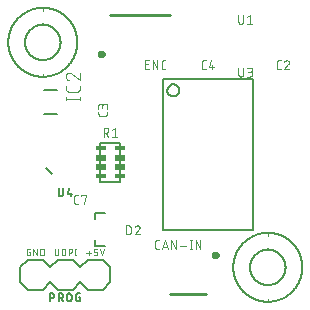
<source format=gbr>
G04 EAGLE Gerber X2 export*
%TF.Part,Single*%
%TF.FileFunction,Legend,Top,1*%
%TF.FilePolarity,Positive*%
%TF.GenerationSoftware,Autodesk,EAGLE,9.1.1*%
%TF.CreationDate,2018-10-01T15:01:31Z*%
G75*
%MOMM*%
%FSLAX34Y34*%
%LPD*%
%AMOC8*
5,1,8,0,0,1.08239X$1,22.5*%
G01*
%ADD10C,0.050800*%
%ADD11C,0.076200*%
%ADD12C,0.152400*%
%ADD13C,0.406400*%
%ADD14C,0.254000*%
%ADD15C,0.203200*%
%ADD16C,0.127000*%
%ADD17R,0.889000X0.381000*%
%ADD18R,0.889000X0.508000*%
%ADD19C,0.101600*%


D10*
X68668Y43829D02*
X72393Y43829D01*
X70531Y41966D02*
X70531Y45692D01*
X74831Y41656D02*
X76693Y41656D01*
X76763Y41658D01*
X76832Y41664D01*
X76901Y41674D01*
X76969Y41687D01*
X77037Y41705D01*
X77103Y41726D01*
X77168Y41751D01*
X77232Y41779D01*
X77294Y41811D01*
X77354Y41846D01*
X77412Y41885D01*
X77467Y41927D01*
X77521Y41972D01*
X77571Y42020D01*
X77619Y42070D01*
X77664Y42124D01*
X77706Y42179D01*
X77745Y42237D01*
X77780Y42297D01*
X77812Y42359D01*
X77840Y42423D01*
X77865Y42488D01*
X77886Y42554D01*
X77904Y42622D01*
X77917Y42690D01*
X77927Y42759D01*
X77933Y42828D01*
X77935Y42898D01*
X77935Y43519D01*
X77933Y43589D01*
X77927Y43658D01*
X77917Y43727D01*
X77904Y43795D01*
X77886Y43863D01*
X77865Y43929D01*
X77840Y43994D01*
X77812Y44058D01*
X77780Y44120D01*
X77745Y44180D01*
X77706Y44238D01*
X77664Y44293D01*
X77619Y44347D01*
X77571Y44397D01*
X77521Y44445D01*
X77467Y44490D01*
X77412Y44532D01*
X77354Y44571D01*
X77294Y44606D01*
X77232Y44638D01*
X77168Y44666D01*
X77103Y44691D01*
X77037Y44712D01*
X76969Y44730D01*
X76901Y44743D01*
X76832Y44753D01*
X76763Y44759D01*
X76693Y44761D01*
X76693Y44760D02*
X74831Y44760D01*
X74831Y47244D01*
X77935Y47244D01*
X80007Y47244D02*
X81869Y41656D01*
X83732Y47244D01*
X41758Y47244D02*
X41758Y43208D01*
X41760Y43131D01*
X41766Y43053D01*
X41775Y42977D01*
X41789Y42900D01*
X41806Y42825D01*
X41827Y42751D01*
X41852Y42677D01*
X41880Y42605D01*
X41912Y42535D01*
X41947Y42466D01*
X41986Y42399D01*
X42028Y42334D01*
X42073Y42271D01*
X42121Y42210D01*
X42172Y42152D01*
X42226Y42097D01*
X42283Y42044D01*
X42342Y41995D01*
X42404Y41948D01*
X42468Y41904D01*
X42534Y41864D01*
X42602Y41827D01*
X42672Y41793D01*
X42743Y41763D01*
X42816Y41737D01*
X42890Y41714D01*
X42965Y41695D01*
X43040Y41680D01*
X43117Y41668D01*
X43194Y41660D01*
X43271Y41656D01*
X43349Y41656D01*
X43426Y41660D01*
X43503Y41668D01*
X43580Y41680D01*
X43655Y41695D01*
X43730Y41714D01*
X43804Y41737D01*
X43877Y41763D01*
X43948Y41793D01*
X44018Y41827D01*
X44086Y41864D01*
X44152Y41904D01*
X44216Y41948D01*
X44278Y41995D01*
X44337Y42044D01*
X44394Y42097D01*
X44448Y42152D01*
X44499Y42210D01*
X44547Y42271D01*
X44592Y42334D01*
X44634Y42399D01*
X44673Y42466D01*
X44708Y42535D01*
X44740Y42605D01*
X44768Y42677D01*
X44793Y42751D01*
X44814Y42825D01*
X44831Y42900D01*
X44845Y42977D01*
X44854Y43053D01*
X44860Y43131D01*
X44862Y43208D01*
X44863Y43208D02*
X44863Y47244D01*
X47610Y47244D02*
X47610Y41656D01*
X47610Y47244D02*
X49163Y47244D01*
X49239Y47242D01*
X49315Y47237D01*
X49391Y47227D01*
X49466Y47214D01*
X49540Y47197D01*
X49614Y47177D01*
X49686Y47153D01*
X49757Y47126D01*
X49827Y47095D01*
X49895Y47061D01*
X49961Y47023D01*
X50025Y46982D01*
X50088Y46939D01*
X50148Y46892D01*
X50205Y46842D01*
X50260Y46789D01*
X50313Y46734D01*
X50363Y46677D01*
X50410Y46617D01*
X50453Y46554D01*
X50494Y46490D01*
X50532Y46424D01*
X50566Y46356D01*
X50597Y46286D01*
X50624Y46215D01*
X50648Y46142D01*
X50668Y46069D01*
X50685Y45995D01*
X50698Y45920D01*
X50708Y45844D01*
X50713Y45768D01*
X50715Y45692D01*
X50715Y43208D01*
X50713Y43129D01*
X50707Y43051D01*
X50697Y42973D01*
X50683Y42896D01*
X50665Y42819D01*
X50644Y42743D01*
X50618Y42669D01*
X50589Y42596D01*
X50556Y42525D01*
X50520Y42455D01*
X50480Y42387D01*
X50437Y42321D01*
X50390Y42258D01*
X50341Y42197D01*
X50288Y42139D01*
X50232Y42083D01*
X50174Y42030D01*
X50113Y41981D01*
X50050Y41934D01*
X49984Y41891D01*
X49916Y41851D01*
X49847Y41815D01*
X49775Y41782D01*
X49702Y41753D01*
X49628Y41727D01*
X49552Y41706D01*
X49475Y41688D01*
X49398Y41674D01*
X49320Y41664D01*
X49242Y41658D01*
X49163Y41656D01*
X47610Y41656D01*
X53545Y41656D02*
X53545Y47244D01*
X55098Y47244D01*
X55175Y47242D01*
X55253Y47236D01*
X55329Y47227D01*
X55406Y47213D01*
X55481Y47196D01*
X55555Y47175D01*
X55629Y47150D01*
X55701Y47122D01*
X55771Y47090D01*
X55840Y47055D01*
X55907Y47016D01*
X55972Y46974D01*
X56035Y46929D01*
X56096Y46881D01*
X56154Y46830D01*
X56209Y46776D01*
X56262Y46719D01*
X56311Y46660D01*
X56358Y46598D01*
X56402Y46534D01*
X56442Y46468D01*
X56479Y46400D01*
X56513Y46330D01*
X56543Y46259D01*
X56569Y46186D01*
X56592Y46112D01*
X56611Y46037D01*
X56626Y45962D01*
X56638Y45885D01*
X56646Y45808D01*
X56650Y45731D01*
X56650Y45653D01*
X56646Y45576D01*
X56638Y45499D01*
X56626Y45422D01*
X56611Y45347D01*
X56592Y45272D01*
X56569Y45198D01*
X56543Y45125D01*
X56513Y45054D01*
X56479Y44984D01*
X56442Y44916D01*
X56402Y44850D01*
X56358Y44786D01*
X56311Y44724D01*
X56262Y44665D01*
X56209Y44608D01*
X56154Y44554D01*
X56096Y44503D01*
X56035Y44455D01*
X55972Y44410D01*
X55907Y44368D01*
X55840Y44329D01*
X55771Y44294D01*
X55701Y44262D01*
X55629Y44234D01*
X55555Y44209D01*
X55481Y44188D01*
X55406Y44171D01*
X55329Y44157D01*
X55253Y44148D01*
X55175Y44142D01*
X55098Y44140D01*
X53545Y44140D01*
X59221Y41656D02*
X59221Y47244D01*
X58600Y41656D02*
X59842Y41656D01*
X59842Y47244D02*
X58600Y47244D01*
X21100Y44760D02*
X20169Y44760D01*
X21100Y44760D02*
X21100Y41656D01*
X19237Y41656D01*
X19167Y41658D01*
X19098Y41664D01*
X19029Y41674D01*
X18961Y41687D01*
X18893Y41705D01*
X18827Y41726D01*
X18762Y41751D01*
X18698Y41779D01*
X18636Y41811D01*
X18576Y41846D01*
X18518Y41885D01*
X18463Y41927D01*
X18409Y41972D01*
X18359Y42020D01*
X18311Y42070D01*
X18266Y42124D01*
X18224Y42179D01*
X18185Y42237D01*
X18150Y42297D01*
X18118Y42359D01*
X18090Y42423D01*
X18065Y42488D01*
X18044Y42554D01*
X18026Y42622D01*
X18013Y42690D01*
X18003Y42759D01*
X17997Y42828D01*
X17995Y42898D01*
X17996Y42898D02*
X17996Y46002D01*
X17995Y46002D02*
X17997Y46072D01*
X18003Y46141D01*
X18013Y46210D01*
X18026Y46278D01*
X18044Y46346D01*
X18065Y46412D01*
X18090Y46477D01*
X18118Y46541D01*
X18150Y46603D01*
X18185Y46663D01*
X18224Y46721D01*
X18266Y46776D01*
X18311Y46830D01*
X18359Y46880D01*
X18409Y46928D01*
X18463Y46973D01*
X18518Y47015D01*
X18576Y47054D01*
X18636Y47089D01*
X18698Y47121D01*
X18762Y47149D01*
X18827Y47174D01*
X18893Y47195D01*
X18961Y47213D01*
X19029Y47226D01*
X19098Y47236D01*
X19167Y47242D01*
X19237Y47244D01*
X21100Y47244D01*
X23848Y47244D02*
X23848Y41656D01*
X26952Y41656D02*
X23848Y47244D01*
X26952Y47244D02*
X26952Y41656D01*
X29700Y41656D02*
X29700Y47244D01*
X31252Y47244D01*
X31328Y47242D01*
X31404Y47237D01*
X31480Y47227D01*
X31555Y47214D01*
X31629Y47197D01*
X31703Y47177D01*
X31775Y47153D01*
X31846Y47126D01*
X31916Y47095D01*
X31984Y47061D01*
X32050Y47023D01*
X32114Y46982D01*
X32177Y46939D01*
X32237Y46892D01*
X32294Y46842D01*
X32349Y46789D01*
X32402Y46734D01*
X32452Y46677D01*
X32499Y46617D01*
X32542Y46554D01*
X32583Y46490D01*
X32621Y46424D01*
X32655Y46356D01*
X32686Y46286D01*
X32713Y46215D01*
X32737Y46142D01*
X32757Y46069D01*
X32774Y45995D01*
X32787Y45920D01*
X32797Y45844D01*
X32802Y45768D01*
X32804Y45692D01*
X32804Y43208D01*
X32802Y43129D01*
X32796Y43051D01*
X32786Y42973D01*
X32772Y42896D01*
X32754Y42819D01*
X32733Y42743D01*
X32707Y42669D01*
X32678Y42596D01*
X32645Y42525D01*
X32609Y42455D01*
X32569Y42387D01*
X32526Y42321D01*
X32479Y42258D01*
X32430Y42197D01*
X32377Y42139D01*
X32321Y42083D01*
X32263Y42030D01*
X32202Y41981D01*
X32139Y41934D01*
X32073Y41891D01*
X32005Y41851D01*
X31936Y41815D01*
X31864Y41782D01*
X31791Y41753D01*
X31717Y41727D01*
X31641Y41706D01*
X31564Y41688D01*
X31487Y41674D01*
X31409Y41664D01*
X31331Y41658D01*
X31252Y41656D01*
X29700Y41656D01*
D11*
X86233Y161631D02*
X86233Y163268D01*
X86233Y161631D02*
X86231Y161553D01*
X86226Y161475D01*
X86216Y161398D01*
X86203Y161321D01*
X86187Y161245D01*
X86167Y161170D01*
X86143Y161096D01*
X86116Y161023D01*
X86085Y160951D01*
X86051Y160881D01*
X86014Y160813D01*
X85973Y160746D01*
X85929Y160681D01*
X85883Y160619D01*
X85833Y160559D01*
X85781Y160501D01*
X85726Y160446D01*
X85668Y160394D01*
X85608Y160344D01*
X85546Y160298D01*
X85481Y160254D01*
X85415Y160213D01*
X85346Y160176D01*
X85276Y160142D01*
X85204Y160111D01*
X85131Y160084D01*
X85057Y160060D01*
X84982Y160040D01*
X84906Y160024D01*
X84829Y160011D01*
X84752Y160001D01*
X84674Y159996D01*
X84596Y159994D01*
X80504Y159994D01*
X80424Y159996D01*
X80344Y160002D01*
X80264Y160012D01*
X80185Y160025D01*
X80106Y160043D01*
X80029Y160064D01*
X79953Y160090D01*
X79878Y160119D01*
X79804Y160151D01*
X79732Y160187D01*
X79662Y160227D01*
X79595Y160270D01*
X79529Y160316D01*
X79466Y160366D01*
X79405Y160418D01*
X79346Y160473D01*
X79291Y160532D01*
X79239Y160592D01*
X79189Y160656D01*
X79143Y160721D01*
X79100Y160789D01*
X79060Y160859D01*
X79024Y160931D01*
X78992Y161005D01*
X78963Y161079D01*
X78938Y161156D01*
X78916Y161233D01*
X78898Y161312D01*
X78885Y161391D01*
X78875Y161470D01*
X78869Y161551D01*
X78867Y161631D01*
X78867Y163268D01*
X86233Y166113D02*
X86233Y168160D01*
X86231Y168249D01*
X86225Y168338D01*
X86215Y168427D01*
X86202Y168515D01*
X86185Y168603D01*
X86163Y168690D01*
X86138Y168775D01*
X86110Y168860D01*
X86077Y168943D01*
X86041Y169025D01*
X86002Y169105D01*
X85959Y169183D01*
X85913Y169259D01*
X85863Y169334D01*
X85810Y169406D01*
X85754Y169475D01*
X85695Y169542D01*
X85634Y169607D01*
X85569Y169668D01*
X85502Y169727D01*
X85433Y169783D01*
X85361Y169836D01*
X85286Y169886D01*
X85210Y169932D01*
X85132Y169975D01*
X85052Y170014D01*
X84970Y170050D01*
X84887Y170083D01*
X84802Y170111D01*
X84717Y170136D01*
X84630Y170158D01*
X84542Y170175D01*
X84454Y170188D01*
X84365Y170198D01*
X84276Y170204D01*
X84187Y170206D01*
X84098Y170204D01*
X84009Y170198D01*
X83920Y170188D01*
X83832Y170175D01*
X83744Y170158D01*
X83657Y170136D01*
X83572Y170111D01*
X83487Y170083D01*
X83404Y170050D01*
X83322Y170014D01*
X83242Y169975D01*
X83164Y169932D01*
X83088Y169886D01*
X83013Y169836D01*
X82941Y169783D01*
X82872Y169727D01*
X82805Y169668D01*
X82740Y169607D01*
X82679Y169542D01*
X82620Y169475D01*
X82564Y169406D01*
X82511Y169334D01*
X82461Y169259D01*
X82415Y169183D01*
X82372Y169105D01*
X82333Y169025D01*
X82297Y168943D01*
X82264Y168860D01*
X82236Y168775D01*
X82211Y168690D01*
X82189Y168603D01*
X82172Y168515D01*
X82159Y168427D01*
X82149Y168338D01*
X82143Y168249D01*
X82141Y168160D01*
X78867Y168569D02*
X78867Y166113D01*
X78867Y168569D02*
X78869Y168648D01*
X78875Y168727D01*
X78884Y168806D01*
X78897Y168884D01*
X78915Y168961D01*
X78935Y169037D01*
X78960Y169112D01*
X78988Y169186D01*
X79019Y169259D01*
X79055Y169330D01*
X79093Y169399D01*
X79135Y169466D01*
X79180Y169531D01*
X79228Y169594D01*
X79279Y169655D01*
X79333Y169712D01*
X79389Y169768D01*
X79448Y169820D01*
X79510Y169870D01*
X79574Y169916D01*
X79640Y169960D01*
X79708Y170000D01*
X79778Y170036D01*
X79850Y170070D01*
X79924Y170100D01*
X79998Y170126D01*
X80074Y170149D01*
X80151Y170167D01*
X80228Y170183D01*
X80307Y170194D01*
X80385Y170202D01*
X80464Y170206D01*
X80544Y170206D01*
X80623Y170202D01*
X80701Y170194D01*
X80780Y170183D01*
X80857Y170167D01*
X80934Y170149D01*
X81010Y170126D01*
X81084Y170100D01*
X81158Y170070D01*
X81230Y170036D01*
X81300Y170000D01*
X81368Y169960D01*
X81434Y169916D01*
X81498Y169870D01*
X81560Y169820D01*
X81619Y169768D01*
X81675Y169712D01*
X81729Y169655D01*
X81780Y169594D01*
X81828Y169531D01*
X81873Y169466D01*
X81915Y169399D01*
X81953Y169330D01*
X81989Y169259D01*
X82020Y169186D01*
X82048Y169112D01*
X82073Y169037D01*
X82093Y168961D01*
X82111Y168884D01*
X82124Y168806D01*
X82133Y168727D01*
X82139Y168648D01*
X82141Y168569D01*
X82141Y166932D01*
X167981Y199517D02*
X169618Y199517D01*
X167981Y199517D02*
X167903Y199519D01*
X167825Y199524D01*
X167748Y199534D01*
X167671Y199547D01*
X167595Y199563D01*
X167520Y199583D01*
X167446Y199607D01*
X167373Y199634D01*
X167301Y199665D01*
X167231Y199699D01*
X167163Y199736D01*
X167096Y199777D01*
X167031Y199821D01*
X166969Y199867D01*
X166909Y199917D01*
X166851Y199969D01*
X166796Y200024D01*
X166744Y200082D01*
X166694Y200142D01*
X166648Y200204D01*
X166604Y200269D01*
X166563Y200336D01*
X166526Y200404D01*
X166492Y200474D01*
X166461Y200546D01*
X166434Y200619D01*
X166410Y200693D01*
X166390Y200768D01*
X166374Y200844D01*
X166361Y200921D01*
X166351Y200998D01*
X166346Y201076D01*
X166344Y201154D01*
X166344Y205246D01*
X166346Y205326D01*
X166352Y205406D01*
X166362Y205486D01*
X166375Y205565D01*
X166393Y205644D01*
X166414Y205721D01*
X166440Y205797D01*
X166469Y205872D01*
X166501Y205946D01*
X166537Y206018D01*
X166577Y206088D01*
X166620Y206155D01*
X166666Y206221D01*
X166716Y206284D01*
X166768Y206345D01*
X166823Y206404D01*
X166882Y206459D01*
X166942Y206511D01*
X167006Y206561D01*
X167072Y206607D01*
X167139Y206650D01*
X167209Y206690D01*
X167281Y206726D01*
X167355Y206758D01*
X167429Y206787D01*
X167506Y206813D01*
X167583Y206834D01*
X167662Y206852D01*
X167741Y206865D01*
X167821Y206875D01*
X167901Y206881D01*
X167981Y206883D01*
X169618Y206883D01*
X174100Y206883D02*
X172463Y201154D01*
X176556Y201154D01*
X175328Y202791D02*
X175328Y199517D01*
D12*
X84074Y49276D02*
X75946Y49276D01*
X75946Y54864D01*
X75946Y77724D02*
X84074Y77724D01*
X75946Y77724D02*
X75946Y72136D01*
D11*
X102124Y67183D02*
X102124Y59817D01*
X102124Y67183D02*
X104170Y67183D01*
X104259Y67181D01*
X104348Y67175D01*
X104437Y67165D01*
X104525Y67152D01*
X104613Y67135D01*
X104700Y67113D01*
X104785Y67088D01*
X104870Y67060D01*
X104953Y67027D01*
X105035Y66991D01*
X105115Y66952D01*
X105193Y66909D01*
X105269Y66863D01*
X105344Y66813D01*
X105416Y66760D01*
X105485Y66704D01*
X105552Y66645D01*
X105617Y66584D01*
X105678Y66519D01*
X105737Y66452D01*
X105793Y66383D01*
X105846Y66311D01*
X105896Y66236D01*
X105942Y66160D01*
X105985Y66082D01*
X106024Y66002D01*
X106060Y65920D01*
X106093Y65837D01*
X106121Y65752D01*
X106146Y65667D01*
X106168Y65580D01*
X106185Y65492D01*
X106198Y65404D01*
X106208Y65315D01*
X106214Y65226D01*
X106216Y65137D01*
X106217Y65137D02*
X106217Y61863D01*
X106215Y61774D01*
X106209Y61685D01*
X106199Y61596D01*
X106186Y61508D01*
X106169Y61420D01*
X106147Y61333D01*
X106122Y61248D01*
X106094Y61163D01*
X106061Y61080D01*
X106025Y60998D01*
X105986Y60918D01*
X105943Y60840D01*
X105897Y60764D01*
X105847Y60689D01*
X105794Y60617D01*
X105738Y60548D01*
X105679Y60481D01*
X105618Y60416D01*
X105553Y60355D01*
X105486Y60296D01*
X105417Y60240D01*
X105345Y60187D01*
X105270Y60137D01*
X105194Y60091D01*
X105116Y60048D01*
X105036Y60009D01*
X104954Y59973D01*
X104871Y59940D01*
X104786Y59912D01*
X104701Y59887D01*
X104614Y59865D01*
X104526Y59848D01*
X104438Y59835D01*
X104349Y59825D01*
X104260Y59819D01*
X104171Y59817D01*
X104170Y59817D02*
X102124Y59817D01*
X111934Y67184D02*
X112019Y67182D01*
X112104Y67176D01*
X112188Y67166D01*
X112272Y67153D01*
X112356Y67135D01*
X112438Y67114D01*
X112519Y67089D01*
X112599Y67060D01*
X112678Y67027D01*
X112755Y66991D01*
X112830Y66951D01*
X112904Y66908D01*
X112975Y66862D01*
X113044Y66812D01*
X113111Y66759D01*
X113175Y66703D01*
X113236Y66644D01*
X113295Y66583D01*
X113351Y66519D01*
X113404Y66452D01*
X113454Y66383D01*
X113500Y66312D01*
X113543Y66238D01*
X113583Y66163D01*
X113619Y66086D01*
X113652Y66007D01*
X113681Y65927D01*
X113706Y65846D01*
X113727Y65764D01*
X113745Y65680D01*
X113758Y65596D01*
X113768Y65512D01*
X113774Y65427D01*
X113776Y65342D01*
X111934Y67183D02*
X111838Y67181D01*
X111742Y67175D01*
X111647Y67165D01*
X111552Y67152D01*
X111457Y67134D01*
X111364Y67113D01*
X111271Y67088D01*
X111180Y67059D01*
X111089Y67027D01*
X111000Y66991D01*
X110913Y66951D01*
X110827Y66908D01*
X110743Y66862D01*
X110661Y66812D01*
X110581Y66758D01*
X110504Y66702D01*
X110429Y66642D01*
X110356Y66580D01*
X110286Y66514D01*
X110218Y66446D01*
X110153Y66375D01*
X110092Y66302D01*
X110033Y66226D01*
X109977Y66147D01*
X109925Y66067D01*
X109876Y65984D01*
X109830Y65900D01*
X109788Y65814D01*
X109750Y65726D01*
X109715Y65637D01*
X109683Y65546D01*
X113162Y63910D02*
X113222Y63969D01*
X113279Y64031D01*
X113334Y64095D01*
X113385Y64162D01*
X113434Y64231D01*
X113480Y64301D01*
X113523Y64374D01*
X113563Y64448D01*
X113599Y64524D01*
X113632Y64602D01*
X113662Y64681D01*
X113689Y64761D01*
X113712Y64842D01*
X113731Y64924D01*
X113747Y65006D01*
X113760Y65090D01*
X113769Y65174D01*
X113774Y65258D01*
X113776Y65342D01*
X113162Y63909D02*
X109683Y59817D01*
X113776Y59817D01*
D13*
X176753Y41910D02*
X176755Y41974D01*
X176761Y42039D01*
X176771Y42102D01*
X176785Y42165D01*
X176802Y42227D01*
X176824Y42288D01*
X176849Y42348D01*
X176878Y42405D01*
X176910Y42461D01*
X176945Y42515D01*
X176984Y42566D01*
X177026Y42615D01*
X177071Y42662D01*
X177119Y42705D01*
X177169Y42746D01*
X177222Y42783D01*
X177276Y42817D01*
X177333Y42847D01*
X177392Y42874D01*
X177452Y42897D01*
X177513Y42917D01*
X177576Y42933D01*
X177639Y42945D01*
X177703Y42953D01*
X177768Y42957D01*
X177832Y42957D01*
X177897Y42953D01*
X177961Y42945D01*
X178024Y42933D01*
X178087Y42917D01*
X178148Y42897D01*
X178208Y42874D01*
X178267Y42847D01*
X178323Y42817D01*
X178378Y42783D01*
X178431Y42746D01*
X178481Y42705D01*
X178529Y42662D01*
X178574Y42615D01*
X178616Y42566D01*
X178655Y42515D01*
X178690Y42461D01*
X178722Y42405D01*
X178751Y42348D01*
X178776Y42288D01*
X178798Y42227D01*
X178815Y42165D01*
X178829Y42102D01*
X178839Y42039D01*
X178845Y41974D01*
X178847Y41910D01*
X178845Y41846D01*
X178839Y41781D01*
X178829Y41718D01*
X178815Y41655D01*
X178798Y41593D01*
X178776Y41532D01*
X178751Y41472D01*
X178722Y41415D01*
X178690Y41359D01*
X178655Y41305D01*
X178616Y41254D01*
X178574Y41205D01*
X178529Y41158D01*
X178481Y41115D01*
X178431Y41074D01*
X178378Y41037D01*
X178324Y41003D01*
X178267Y40973D01*
X178208Y40946D01*
X178148Y40923D01*
X178087Y40903D01*
X178024Y40887D01*
X177961Y40875D01*
X177897Y40867D01*
X177832Y40863D01*
X177768Y40863D01*
X177703Y40867D01*
X177639Y40875D01*
X177576Y40887D01*
X177513Y40903D01*
X177452Y40923D01*
X177392Y40946D01*
X177333Y40973D01*
X177276Y41003D01*
X177222Y41037D01*
X177169Y41074D01*
X177119Y41115D01*
X177071Y41158D01*
X177026Y41205D01*
X176984Y41254D01*
X176945Y41305D01*
X176910Y41359D01*
X176878Y41415D01*
X176849Y41472D01*
X176824Y41532D01*
X176802Y41593D01*
X176785Y41655D01*
X176771Y41718D01*
X176761Y41781D01*
X176755Y41846D01*
X176753Y41910D01*
D14*
X170180Y8890D02*
X139700Y8890D01*
D11*
X130197Y47117D02*
X128561Y47117D01*
X128483Y47119D01*
X128405Y47124D01*
X128328Y47134D01*
X128251Y47147D01*
X128175Y47163D01*
X128100Y47183D01*
X128026Y47207D01*
X127953Y47234D01*
X127881Y47265D01*
X127811Y47299D01*
X127743Y47336D01*
X127676Y47377D01*
X127611Y47421D01*
X127549Y47467D01*
X127489Y47517D01*
X127431Y47569D01*
X127376Y47624D01*
X127324Y47682D01*
X127274Y47742D01*
X127228Y47804D01*
X127184Y47869D01*
X127143Y47936D01*
X127106Y48004D01*
X127072Y48074D01*
X127041Y48146D01*
X127014Y48219D01*
X126990Y48293D01*
X126970Y48368D01*
X126954Y48444D01*
X126941Y48521D01*
X126931Y48598D01*
X126926Y48676D01*
X126924Y48754D01*
X126924Y52846D01*
X126926Y52926D01*
X126932Y53006D01*
X126942Y53086D01*
X126955Y53165D01*
X126973Y53244D01*
X126994Y53321D01*
X127020Y53397D01*
X127049Y53472D01*
X127081Y53546D01*
X127117Y53618D01*
X127157Y53688D01*
X127200Y53755D01*
X127246Y53821D01*
X127296Y53884D01*
X127348Y53945D01*
X127403Y54004D01*
X127462Y54059D01*
X127522Y54111D01*
X127586Y54161D01*
X127652Y54207D01*
X127719Y54250D01*
X127789Y54290D01*
X127861Y54326D01*
X127935Y54358D01*
X128009Y54387D01*
X128086Y54413D01*
X128163Y54434D01*
X128242Y54452D01*
X128321Y54465D01*
X128401Y54475D01*
X128481Y54481D01*
X128561Y54483D01*
X130197Y54483D01*
X135089Y54483D02*
X132633Y47117D01*
X137544Y47117D02*
X135089Y54483D01*
X136930Y48959D02*
X133247Y48959D01*
X140602Y47117D02*
X140602Y54483D01*
X144694Y47117D01*
X144694Y54483D01*
X148239Y49982D02*
X153150Y49982D01*
X157034Y47117D02*
X157034Y54483D01*
X156216Y47117D02*
X157853Y47117D01*
X157853Y54483D02*
X156216Y54483D01*
X161084Y54483D02*
X161084Y47117D01*
X165176Y47117D02*
X161084Y54483D01*
X165176Y54483D02*
X165176Y47117D01*
D15*
X39610Y110810D02*
X34610Y115810D01*
D12*
X45186Y98552D02*
X45186Y93782D01*
X45187Y93782D02*
X45189Y93697D01*
X45195Y93613D01*
X45205Y93529D01*
X45218Y93445D01*
X45236Y93362D01*
X45257Y93280D01*
X45282Y93199D01*
X45311Y93119D01*
X45343Y93041D01*
X45379Y92965D01*
X45419Y92890D01*
X45462Y92817D01*
X45508Y92746D01*
X45557Y92677D01*
X45610Y92610D01*
X45666Y92546D01*
X45724Y92485D01*
X45785Y92427D01*
X45849Y92371D01*
X45916Y92318D01*
X45985Y92269D01*
X46056Y92223D01*
X46129Y92180D01*
X46204Y92140D01*
X46280Y92104D01*
X46358Y92072D01*
X46438Y92043D01*
X46519Y92018D01*
X46601Y91997D01*
X46684Y91979D01*
X46768Y91966D01*
X46852Y91956D01*
X46936Y91950D01*
X47021Y91948D01*
X47106Y91950D01*
X47190Y91956D01*
X47274Y91966D01*
X47358Y91979D01*
X47441Y91997D01*
X47523Y92018D01*
X47604Y92043D01*
X47684Y92072D01*
X47762Y92104D01*
X47838Y92140D01*
X47913Y92180D01*
X47986Y92223D01*
X48057Y92269D01*
X48126Y92318D01*
X48193Y92371D01*
X48257Y92427D01*
X48318Y92485D01*
X48376Y92546D01*
X48432Y92610D01*
X48485Y92677D01*
X48534Y92746D01*
X48580Y92817D01*
X48623Y92890D01*
X48663Y92965D01*
X48699Y93041D01*
X48731Y93119D01*
X48760Y93199D01*
X48785Y93280D01*
X48806Y93362D01*
X48824Y93445D01*
X48837Y93529D01*
X48847Y93613D01*
X48853Y93697D01*
X48855Y93782D01*
X48855Y98552D01*
X54213Y98552D02*
X52745Y93416D01*
X56414Y93416D01*
X55313Y94883D02*
X55313Y91948D01*
D11*
X60031Y85217D02*
X61668Y85217D01*
X60031Y85217D02*
X59953Y85219D01*
X59875Y85224D01*
X59798Y85234D01*
X59721Y85247D01*
X59645Y85263D01*
X59570Y85283D01*
X59496Y85307D01*
X59423Y85334D01*
X59351Y85365D01*
X59281Y85399D01*
X59213Y85436D01*
X59146Y85477D01*
X59081Y85521D01*
X59019Y85567D01*
X58959Y85617D01*
X58901Y85669D01*
X58846Y85724D01*
X58794Y85782D01*
X58744Y85842D01*
X58698Y85904D01*
X58654Y85969D01*
X58613Y86036D01*
X58576Y86104D01*
X58542Y86174D01*
X58511Y86246D01*
X58484Y86319D01*
X58460Y86393D01*
X58440Y86468D01*
X58424Y86544D01*
X58411Y86621D01*
X58401Y86698D01*
X58396Y86776D01*
X58394Y86854D01*
X58394Y90946D01*
X58396Y91026D01*
X58402Y91106D01*
X58412Y91186D01*
X58425Y91265D01*
X58443Y91344D01*
X58464Y91421D01*
X58490Y91497D01*
X58519Y91572D01*
X58551Y91646D01*
X58587Y91718D01*
X58627Y91788D01*
X58670Y91855D01*
X58716Y91921D01*
X58766Y91984D01*
X58818Y92045D01*
X58873Y92104D01*
X58932Y92159D01*
X58992Y92211D01*
X59056Y92261D01*
X59122Y92307D01*
X59189Y92350D01*
X59259Y92390D01*
X59331Y92426D01*
X59405Y92458D01*
X59479Y92487D01*
X59556Y92513D01*
X59633Y92534D01*
X59712Y92552D01*
X59791Y92565D01*
X59871Y92575D01*
X59951Y92581D01*
X60031Y92583D01*
X61668Y92583D01*
X64513Y92583D02*
X64513Y91765D01*
X64513Y92583D02*
X68606Y92583D01*
X66560Y85217D01*
X197374Y239663D02*
X197374Y244983D01*
X197374Y239663D02*
X197376Y239574D01*
X197382Y239485D01*
X197392Y239396D01*
X197405Y239308D01*
X197422Y239220D01*
X197444Y239133D01*
X197469Y239048D01*
X197497Y238963D01*
X197530Y238880D01*
X197566Y238798D01*
X197605Y238718D01*
X197648Y238640D01*
X197694Y238564D01*
X197744Y238489D01*
X197797Y238417D01*
X197853Y238348D01*
X197912Y238281D01*
X197973Y238216D01*
X198038Y238155D01*
X198105Y238096D01*
X198174Y238040D01*
X198246Y237987D01*
X198321Y237937D01*
X198397Y237891D01*
X198475Y237848D01*
X198555Y237809D01*
X198637Y237773D01*
X198720Y237740D01*
X198805Y237712D01*
X198890Y237687D01*
X198977Y237665D01*
X199065Y237648D01*
X199153Y237635D01*
X199242Y237625D01*
X199331Y237619D01*
X199420Y237617D01*
X199509Y237619D01*
X199598Y237625D01*
X199687Y237635D01*
X199775Y237648D01*
X199863Y237665D01*
X199950Y237687D01*
X200035Y237712D01*
X200120Y237740D01*
X200203Y237773D01*
X200285Y237809D01*
X200365Y237848D01*
X200443Y237891D01*
X200519Y237937D01*
X200594Y237987D01*
X200666Y238040D01*
X200735Y238096D01*
X200802Y238155D01*
X200867Y238216D01*
X200928Y238281D01*
X200987Y238348D01*
X201043Y238417D01*
X201096Y238489D01*
X201146Y238564D01*
X201192Y238640D01*
X201235Y238718D01*
X201274Y238798D01*
X201310Y238880D01*
X201343Y238963D01*
X201371Y239048D01*
X201396Y239133D01*
X201418Y239220D01*
X201435Y239308D01*
X201448Y239396D01*
X201458Y239485D01*
X201464Y239574D01*
X201466Y239663D01*
X201467Y239663D02*
X201467Y244983D01*
X204933Y243346D02*
X206980Y244983D01*
X206980Y237617D01*
X209026Y237617D02*
X204933Y237617D01*
X231481Y199517D02*
X233118Y199517D01*
X231481Y199517D02*
X231403Y199519D01*
X231325Y199524D01*
X231248Y199534D01*
X231171Y199547D01*
X231095Y199563D01*
X231020Y199583D01*
X230946Y199607D01*
X230873Y199634D01*
X230801Y199665D01*
X230731Y199699D01*
X230663Y199736D01*
X230596Y199777D01*
X230531Y199821D01*
X230469Y199867D01*
X230409Y199917D01*
X230351Y199969D01*
X230296Y200024D01*
X230244Y200082D01*
X230194Y200142D01*
X230148Y200204D01*
X230104Y200269D01*
X230063Y200336D01*
X230026Y200404D01*
X229992Y200474D01*
X229961Y200546D01*
X229934Y200619D01*
X229910Y200693D01*
X229890Y200768D01*
X229874Y200844D01*
X229861Y200921D01*
X229851Y200998D01*
X229846Y201076D01*
X229844Y201154D01*
X229844Y205246D01*
X229846Y205326D01*
X229852Y205406D01*
X229862Y205486D01*
X229875Y205565D01*
X229893Y205644D01*
X229914Y205721D01*
X229940Y205797D01*
X229969Y205872D01*
X230001Y205946D01*
X230037Y206018D01*
X230077Y206088D01*
X230120Y206155D01*
X230166Y206221D01*
X230216Y206284D01*
X230268Y206345D01*
X230323Y206404D01*
X230382Y206459D01*
X230442Y206511D01*
X230506Y206561D01*
X230572Y206607D01*
X230639Y206650D01*
X230709Y206690D01*
X230781Y206726D01*
X230855Y206758D01*
X230929Y206787D01*
X231006Y206813D01*
X231083Y206834D01*
X231162Y206852D01*
X231241Y206865D01*
X231321Y206875D01*
X231401Y206881D01*
X231481Y206883D01*
X233118Y206883D01*
X238214Y206884D02*
X238299Y206882D01*
X238384Y206876D01*
X238468Y206866D01*
X238552Y206853D01*
X238636Y206835D01*
X238718Y206814D01*
X238799Y206789D01*
X238879Y206760D01*
X238958Y206727D01*
X239035Y206691D01*
X239110Y206651D01*
X239184Y206608D01*
X239255Y206562D01*
X239324Y206512D01*
X239391Y206459D01*
X239455Y206403D01*
X239516Y206344D01*
X239575Y206283D01*
X239631Y206219D01*
X239684Y206152D01*
X239734Y206083D01*
X239780Y206012D01*
X239823Y205938D01*
X239863Y205863D01*
X239899Y205786D01*
X239932Y205707D01*
X239961Y205627D01*
X239986Y205546D01*
X240007Y205464D01*
X240025Y205380D01*
X240038Y205296D01*
X240048Y205212D01*
X240054Y205127D01*
X240056Y205042D01*
X238214Y206883D02*
X238118Y206881D01*
X238022Y206875D01*
X237927Y206865D01*
X237832Y206852D01*
X237737Y206834D01*
X237644Y206813D01*
X237551Y206788D01*
X237460Y206759D01*
X237369Y206727D01*
X237280Y206691D01*
X237193Y206651D01*
X237107Y206608D01*
X237023Y206562D01*
X236941Y206512D01*
X236861Y206458D01*
X236784Y206402D01*
X236709Y206342D01*
X236636Y206280D01*
X236566Y206214D01*
X236498Y206146D01*
X236433Y206075D01*
X236372Y206002D01*
X236313Y205926D01*
X236257Y205847D01*
X236205Y205767D01*
X236156Y205684D01*
X236110Y205600D01*
X236068Y205514D01*
X236030Y205426D01*
X235995Y205337D01*
X235963Y205246D01*
X239442Y203610D02*
X239502Y203669D01*
X239559Y203731D01*
X239614Y203795D01*
X239665Y203862D01*
X239714Y203931D01*
X239760Y204001D01*
X239803Y204074D01*
X239843Y204148D01*
X239879Y204224D01*
X239912Y204302D01*
X239942Y204381D01*
X239969Y204461D01*
X239992Y204542D01*
X240011Y204624D01*
X240027Y204706D01*
X240040Y204790D01*
X240049Y204874D01*
X240054Y204958D01*
X240056Y205042D01*
X239442Y203609D02*
X235963Y199517D01*
X240056Y199517D01*
D16*
X209450Y191000D02*
X133450Y191000D01*
X209450Y191000D02*
X209450Y63000D01*
X133450Y63000D01*
X133450Y68500D01*
X133450Y191000D01*
X137160Y181610D02*
X137162Y181752D01*
X137168Y181895D01*
X137178Y182037D01*
X137192Y182179D01*
X137210Y182320D01*
X137232Y182461D01*
X137258Y182601D01*
X137287Y182740D01*
X137321Y182879D01*
X137359Y183016D01*
X137400Y183153D01*
X137445Y183288D01*
X137494Y183422D01*
X137547Y183554D01*
X137603Y183685D01*
X137663Y183814D01*
X137727Y183942D01*
X137794Y184067D01*
X137865Y184191D01*
X137939Y184313D01*
X138016Y184432D01*
X138097Y184550D01*
X138181Y184665D01*
X138268Y184777D01*
X138359Y184887D01*
X138452Y184995D01*
X138549Y185100D01*
X138648Y185202D01*
X138750Y185301D01*
X138855Y185398D01*
X138963Y185491D01*
X139073Y185582D01*
X139185Y185669D01*
X139300Y185753D01*
X139418Y185834D01*
X139537Y185911D01*
X139659Y185985D01*
X139783Y186056D01*
X139908Y186123D01*
X140036Y186187D01*
X140165Y186247D01*
X140296Y186303D01*
X140428Y186356D01*
X140562Y186405D01*
X140697Y186450D01*
X140834Y186491D01*
X140971Y186529D01*
X141110Y186563D01*
X141249Y186592D01*
X141389Y186618D01*
X141530Y186640D01*
X141671Y186658D01*
X141813Y186672D01*
X141955Y186682D01*
X142098Y186688D01*
X142240Y186690D01*
X142382Y186688D01*
X142525Y186682D01*
X142667Y186672D01*
X142809Y186658D01*
X142950Y186640D01*
X143091Y186618D01*
X143231Y186592D01*
X143370Y186563D01*
X143509Y186529D01*
X143646Y186491D01*
X143783Y186450D01*
X143918Y186405D01*
X144052Y186356D01*
X144184Y186303D01*
X144315Y186247D01*
X144444Y186187D01*
X144572Y186123D01*
X144697Y186056D01*
X144821Y185985D01*
X144943Y185911D01*
X145062Y185834D01*
X145180Y185753D01*
X145295Y185669D01*
X145407Y185582D01*
X145517Y185491D01*
X145625Y185398D01*
X145730Y185301D01*
X145832Y185202D01*
X145931Y185100D01*
X146028Y184995D01*
X146121Y184887D01*
X146212Y184777D01*
X146299Y184665D01*
X146383Y184550D01*
X146464Y184432D01*
X146541Y184313D01*
X146615Y184191D01*
X146686Y184067D01*
X146753Y183942D01*
X146817Y183814D01*
X146877Y183685D01*
X146933Y183554D01*
X146986Y183422D01*
X147035Y183288D01*
X147080Y183153D01*
X147121Y183016D01*
X147159Y182879D01*
X147193Y182740D01*
X147222Y182601D01*
X147248Y182461D01*
X147270Y182320D01*
X147288Y182179D01*
X147302Y182037D01*
X147312Y181895D01*
X147318Y181752D01*
X147320Y181610D01*
X147318Y181468D01*
X147312Y181325D01*
X147302Y181183D01*
X147288Y181041D01*
X147270Y180900D01*
X147248Y180759D01*
X147222Y180619D01*
X147193Y180480D01*
X147159Y180341D01*
X147121Y180204D01*
X147080Y180067D01*
X147035Y179932D01*
X146986Y179798D01*
X146933Y179666D01*
X146877Y179535D01*
X146817Y179406D01*
X146753Y179278D01*
X146686Y179153D01*
X146615Y179029D01*
X146541Y178907D01*
X146464Y178788D01*
X146383Y178670D01*
X146299Y178555D01*
X146212Y178443D01*
X146121Y178333D01*
X146028Y178225D01*
X145931Y178120D01*
X145832Y178018D01*
X145730Y177919D01*
X145625Y177822D01*
X145517Y177729D01*
X145407Y177638D01*
X145295Y177551D01*
X145180Y177467D01*
X145062Y177386D01*
X144943Y177309D01*
X144821Y177235D01*
X144697Y177164D01*
X144572Y177097D01*
X144444Y177033D01*
X144315Y176973D01*
X144184Y176917D01*
X144052Y176864D01*
X143918Y176815D01*
X143783Y176770D01*
X143646Y176729D01*
X143509Y176691D01*
X143370Y176657D01*
X143231Y176628D01*
X143091Y176602D01*
X142950Y176580D01*
X142809Y176562D01*
X142667Y176548D01*
X142525Y176538D01*
X142382Y176532D01*
X142240Y176530D01*
X142098Y176532D01*
X141955Y176538D01*
X141813Y176548D01*
X141671Y176562D01*
X141530Y176580D01*
X141389Y176602D01*
X141249Y176628D01*
X141110Y176657D01*
X140971Y176691D01*
X140834Y176729D01*
X140697Y176770D01*
X140562Y176815D01*
X140428Y176864D01*
X140296Y176917D01*
X140165Y176973D01*
X140036Y177033D01*
X139908Y177097D01*
X139783Y177164D01*
X139659Y177235D01*
X139537Y177309D01*
X139418Y177386D01*
X139300Y177467D01*
X139185Y177551D01*
X139073Y177638D01*
X138963Y177729D01*
X138855Y177822D01*
X138750Y177919D01*
X138648Y178018D01*
X138549Y178120D01*
X138452Y178225D01*
X138359Y178333D01*
X138268Y178443D01*
X138181Y178555D01*
X138097Y178670D01*
X138016Y178788D01*
X137939Y178907D01*
X137865Y179029D01*
X137794Y179153D01*
X137727Y179278D01*
X137663Y179406D01*
X137603Y179535D01*
X137547Y179666D01*
X137494Y179798D01*
X137445Y179932D01*
X137400Y180067D01*
X137359Y180204D01*
X137321Y180341D01*
X137287Y180480D01*
X137258Y180619D01*
X137232Y180759D01*
X137210Y180900D01*
X137192Y181041D01*
X137178Y181183D01*
X137168Y181325D01*
X137162Y181468D01*
X137160Y181610D01*
D11*
X197374Y195213D02*
X197374Y200533D01*
X197374Y195213D02*
X197376Y195124D01*
X197382Y195035D01*
X197392Y194946D01*
X197405Y194858D01*
X197422Y194770D01*
X197444Y194683D01*
X197469Y194598D01*
X197497Y194513D01*
X197530Y194430D01*
X197566Y194348D01*
X197605Y194268D01*
X197648Y194190D01*
X197694Y194114D01*
X197744Y194039D01*
X197797Y193967D01*
X197853Y193898D01*
X197912Y193831D01*
X197973Y193766D01*
X198038Y193705D01*
X198105Y193646D01*
X198174Y193590D01*
X198246Y193537D01*
X198321Y193487D01*
X198397Y193441D01*
X198475Y193398D01*
X198555Y193359D01*
X198637Y193323D01*
X198720Y193290D01*
X198805Y193262D01*
X198890Y193237D01*
X198977Y193215D01*
X199065Y193198D01*
X199153Y193185D01*
X199242Y193175D01*
X199331Y193169D01*
X199420Y193167D01*
X199509Y193169D01*
X199598Y193175D01*
X199687Y193185D01*
X199775Y193198D01*
X199863Y193215D01*
X199950Y193237D01*
X200035Y193262D01*
X200120Y193290D01*
X200203Y193323D01*
X200285Y193359D01*
X200365Y193398D01*
X200443Y193441D01*
X200519Y193487D01*
X200594Y193537D01*
X200666Y193590D01*
X200735Y193646D01*
X200802Y193705D01*
X200867Y193766D01*
X200928Y193831D01*
X200987Y193898D01*
X201043Y193967D01*
X201096Y194039D01*
X201146Y194114D01*
X201192Y194190D01*
X201235Y194268D01*
X201274Y194348D01*
X201310Y194430D01*
X201343Y194513D01*
X201371Y194598D01*
X201396Y194683D01*
X201418Y194770D01*
X201435Y194858D01*
X201448Y194946D01*
X201458Y195035D01*
X201464Y195124D01*
X201466Y195213D01*
X201467Y195213D02*
X201467Y200533D01*
X204933Y193167D02*
X206980Y193167D01*
X207069Y193169D01*
X207158Y193175D01*
X207247Y193185D01*
X207335Y193198D01*
X207423Y193215D01*
X207510Y193237D01*
X207595Y193262D01*
X207680Y193290D01*
X207763Y193323D01*
X207845Y193359D01*
X207925Y193398D01*
X208003Y193441D01*
X208079Y193487D01*
X208154Y193537D01*
X208226Y193590D01*
X208295Y193646D01*
X208362Y193705D01*
X208427Y193766D01*
X208488Y193831D01*
X208547Y193898D01*
X208603Y193967D01*
X208656Y194039D01*
X208706Y194114D01*
X208752Y194190D01*
X208795Y194268D01*
X208834Y194348D01*
X208870Y194430D01*
X208903Y194513D01*
X208931Y194598D01*
X208956Y194683D01*
X208978Y194770D01*
X208995Y194858D01*
X209008Y194946D01*
X209018Y195035D01*
X209024Y195124D01*
X209026Y195213D01*
X209024Y195302D01*
X209018Y195391D01*
X209008Y195480D01*
X208995Y195568D01*
X208978Y195656D01*
X208956Y195743D01*
X208931Y195828D01*
X208903Y195913D01*
X208870Y195996D01*
X208834Y196078D01*
X208795Y196158D01*
X208752Y196236D01*
X208706Y196312D01*
X208656Y196387D01*
X208603Y196459D01*
X208547Y196528D01*
X208488Y196595D01*
X208427Y196660D01*
X208362Y196721D01*
X208295Y196780D01*
X208226Y196836D01*
X208154Y196889D01*
X208079Y196939D01*
X208003Y196985D01*
X207925Y197028D01*
X207845Y197067D01*
X207763Y197103D01*
X207680Y197136D01*
X207595Y197164D01*
X207510Y197189D01*
X207423Y197211D01*
X207335Y197228D01*
X207247Y197241D01*
X207158Y197251D01*
X207069Y197257D01*
X206980Y197259D01*
X207389Y200533D02*
X204933Y200533D01*
X207389Y200533D02*
X207468Y200531D01*
X207547Y200525D01*
X207626Y200516D01*
X207704Y200503D01*
X207781Y200485D01*
X207857Y200465D01*
X207932Y200440D01*
X208006Y200412D01*
X208079Y200381D01*
X208150Y200345D01*
X208219Y200307D01*
X208286Y200265D01*
X208351Y200220D01*
X208414Y200172D01*
X208475Y200121D01*
X208532Y200067D01*
X208588Y200011D01*
X208640Y199952D01*
X208690Y199890D01*
X208736Y199826D01*
X208780Y199760D01*
X208820Y199692D01*
X208856Y199622D01*
X208890Y199550D01*
X208920Y199476D01*
X208946Y199402D01*
X208969Y199326D01*
X208987Y199249D01*
X209003Y199172D01*
X209014Y199093D01*
X209022Y199015D01*
X209026Y198936D01*
X209026Y198856D01*
X209022Y198777D01*
X209014Y198699D01*
X209003Y198620D01*
X208987Y198543D01*
X208969Y198466D01*
X208946Y198390D01*
X208920Y198316D01*
X208890Y198242D01*
X208856Y198170D01*
X208820Y198100D01*
X208780Y198032D01*
X208736Y197966D01*
X208690Y197902D01*
X208640Y197840D01*
X208588Y197781D01*
X208532Y197725D01*
X208475Y197671D01*
X208414Y197620D01*
X208351Y197572D01*
X208286Y197527D01*
X208219Y197485D01*
X208150Y197447D01*
X208079Y197411D01*
X208006Y197380D01*
X207932Y197352D01*
X207857Y197327D01*
X207781Y197307D01*
X207704Y197289D01*
X207626Y197276D01*
X207547Y197267D01*
X207468Y197261D01*
X207389Y197259D01*
X205752Y197259D01*
D16*
X97400Y137150D02*
X80400Y137150D01*
X97400Y137150D02*
X97400Y104150D01*
X80400Y104150D01*
X80400Y137150D01*
D17*
X80645Y132715D03*
D18*
X80645Y124460D03*
X80645Y116840D03*
D17*
X80645Y108585D03*
X97155Y108585D03*
X97155Y132715D03*
D18*
X97155Y124460D03*
X97155Y116840D03*
D11*
X83222Y142367D02*
X83222Y149733D01*
X85268Y149733D01*
X85357Y149731D01*
X85446Y149725D01*
X85535Y149715D01*
X85623Y149702D01*
X85711Y149685D01*
X85798Y149663D01*
X85883Y149638D01*
X85968Y149610D01*
X86051Y149577D01*
X86133Y149541D01*
X86213Y149502D01*
X86291Y149459D01*
X86367Y149413D01*
X86442Y149363D01*
X86514Y149310D01*
X86583Y149254D01*
X86650Y149195D01*
X86715Y149134D01*
X86776Y149069D01*
X86835Y149002D01*
X86891Y148933D01*
X86944Y148861D01*
X86994Y148786D01*
X87040Y148710D01*
X87083Y148632D01*
X87122Y148552D01*
X87158Y148470D01*
X87191Y148387D01*
X87219Y148302D01*
X87244Y148217D01*
X87266Y148130D01*
X87283Y148042D01*
X87296Y147954D01*
X87306Y147865D01*
X87312Y147776D01*
X87314Y147687D01*
X87312Y147598D01*
X87306Y147509D01*
X87296Y147420D01*
X87283Y147332D01*
X87266Y147244D01*
X87244Y147157D01*
X87219Y147072D01*
X87191Y146987D01*
X87158Y146904D01*
X87122Y146822D01*
X87083Y146742D01*
X87040Y146664D01*
X86994Y146588D01*
X86944Y146513D01*
X86891Y146441D01*
X86835Y146372D01*
X86776Y146305D01*
X86715Y146240D01*
X86650Y146179D01*
X86583Y146120D01*
X86514Y146064D01*
X86442Y146011D01*
X86367Y145961D01*
X86291Y145915D01*
X86213Y145872D01*
X86133Y145833D01*
X86051Y145797D01*
X85968Y145764D01*
X85883Y145736D01*
X85798Y145711D01*
X85711Y145689D01*
X85623Y145672D01*
X85535Y145659D01*
X85446Y145649D01*
X85357Y145643D01*
X85268Y145641D01*
X83222Y145641D01*
X85677Y145641D02*
X87314Y142367D01*
X90486Y148096D02*
X92532Y149733D01*
X92532Y142367D01*
X90486Y142367D02*
X94578Y142367D01*
D10*
X222250Y60960D02*
X222250Y58420D01*
X222250Y5080D02*
X222250Y2540D01*
D12*
X193040Y31750D02*
X193049Y32467D01*
X193075Y33183D01*
X193119Y33899D01*
X193181Y34613D01*
X193260Y35326D01*
X193356Y36036D01*
X193470Y36744D01*
X193601Y37449D01*
X193750Y38150D01*
X193915Y38847D01*
X194098Y39541D01*
X194298Y40229D01*
X194514Y40913D01*
X194747Y41591D01*
X194997Y42263D01*
X195263Y42928D01*
X195546Y43587D01*
X195844Y44239D01*
X196159Y44883D01*
X196489Y45519D01*
X196835Y46148D01*
X197196Y46767D01*
X197572Y47377D01*
X197963Y47978D01*
X198368Y48569D01*
X198788Y49150D01*
X199222Y49721D01*
X199670Y50281D01*
X200132Y50829D01*
X200607Y51366D01*
X201095Y51891D01*
X201595Y52405D01*
X202109Y52905D01*
X202634Y53393D01*
X203171Y53868D01*
X203719Y54330D01*
X204279Y54778D01*
X204850Y55212D01*
X205431Y55632D01*
X206022Y56037D01*
X206623Y56428D01*
X207233Y56804D01*
X207852Y57165D01*
X208481Y57511D01*
X209117Y57841D01*
X209761Y58156D01*
X210413Y58454D01*
X211072Y58737D01*
X211737Y59003D01*
X212409Y59253D01*
X213087Y59486D01*
X213771Y59702D01*
X214459Y59902D01*
X215153Y60085D01*
X215850Y60250D01*
X216551Y60399D01*
X217256Y60530D01*
X217964Y60644D01*
X218674Y60740D01*
X219387Y60819D01*
X220101Y60881D01*
X220817Y60925D01*
X221533Y60951D01*
X222250Y60960D01*
X222967Y60951D01*
X223683Y60925D01*
X224399Y60881D01*
X225113Y60819D01*
X225826Y60740D01*
X226536Y60644D01*
X227244Y60530D01*
X227949Y60399D01*
X228650Y60250D01*
X229347Y60085D01*
X230041Y59902D01*
X230729Y59702D01*
X231413Y59486D01*
X232091Y59253D01*
X232763Y59003D01*
X233428Y58737D01*
X234087Y58454D01*
X234739Y58156D01*
X235383Y57841D01*
X236019Y57511D01*
X236648Y57165D01*
X237267Y56804D01*
X237877Y56428D01*
X238478Y56037D01*
X239069Y55632D01*
X239650Y55212D01*
X240221Y54778D01*
X240781Y54330D01*
X241329Y53868D01*
X241866Y53393D01*
X242391Y52905D01*
X242905Y52405D01*
X243405Y51891D01*
X243893Y51366D01*
X244368Y50829D01*
X244830Y50281D01*
X245278Y49721D01*
X245712Y49150D01*
X246132Y48569D01*
X246537Y47978D01*
X246928Y47377D01*
X247304Y46767D01*
X247665Y46148D01*
X248011Y45519D01*
X248341Y44883D01*
X248656Y44239D01*
X248954Y43587D01*
X249237Y42928D01*
X249503Y42263D01*
X249753Y41591D01*
X249986Y40913D01*
X250202Y40229D01*
X250402Y39541D01*
X250585Y38847D01*
X250750Y38150D01*
X250899Y37449D01*
X251030Y36744D01*
X251144Y36036D01*
X251240Y35326D01*
X251319Y34613D01*
X251381Y33899D01*
X251425Y33183D01*
X251451Y32467D01*
X251460Y31750D01*
X251451Y31033D01*
X251425Y30317D01*
X251381Y29601D01*
X251319Y28887D01*
X251240Y28174D01*
X251144Y27464D01*
X251030Y26756D01*
X250899Y26051D01*
X250750Y25350D01*
X250585Y24653D01*
X250402Y23959D01*
X250202Y23271D01*
X249986Y22587D01*
X249753Y21909D01*
X249503Y21237D01*
X249237Y20572D01*
X248954Y19913D01*
X248656Y19261D01*
X248341Y18617D01*
X248011Y17981D01*
X247665Y17352D01*
X247304Y16733D01*
X246928Y16123D01*
X246537Y15522D01*
X246132Y14931D01*
X245712Y14350D01*
X245278Y13779D01*
X244830Y13219D01*
X244368Y12671D01*
X243893Y12134D01*
X243405Y11609D01*
X242905Y11095D01*
X242391Y10595D01*
X241866Y10107D01*
X241329Y9632D01*
X240781Y9170D01*
X240221Y8722D01*
X239650Y8288D01*
X239069Y7868D01*
X238478Y7463D01*
X237877Y7072D01*
X237267Y6696D01*
X236648Y6335D01*
X236019Y5989D01*
X235383Y5659D01*
X234739Y5344D01*
X234087Y5046D01*
X233428Y4763D01*
X232763Y4497D01*
X232091Y4247D01*
X231413Y4014D01*
X230729Y3798D01*
X230041Y3598D01*
X229347Y3415D01*
X228650Y3250D01*
X227949Y3101D01*
X227244Y2970D01*
X226536Y2856D01*
X225826Y2760D01*
X225113Y2681D01*
X224399Y2619D01*
X223683Y2575D01*
X222967Y2549D01*
X222250Y2540D01*
X221533Y2549D01*
X220817Y2575D01*
X220101Y2619D01*
X219387Y2681D01*
X218674Y2760D01*
X217964Y2856D01*
X217256Y2970D01*
X216551Y3101D01*
X215850Y3250D01*
X215153Y3415D01*
X214459Y3598D01*
X213771Y3798D01*
X213087Y4014D01*
X212409Y4247D01*
X211737Y4497D01*
X211072Y4763D01*
X210413Y5046D01*
X209761Y5344D01*
X209117Y5659D01*
X208481Y5989D01*
X207852Y6335D01*
X207233Y6696D01*
X206623Y7072D01*
X206022Y7463D01*
X205431Y7868D01*
X204850Y8288D01*
X204279Y8722D01*
X203719Y9170D01*
X203171Y9632D01*
X202634Y10107D01*
X202109Y10595D01*
X201595Y11095D01*
X201095Y11609D01*
X200607Y12134D01*
X200132Y12671D01*
X199670Y13219D01*
X199222Y13779D01*
X198788Y14350D01*
X198368Y14931D01*
X197963Y15522D01*
X197572Y16123D01*
X197196Y16733D01*
X196835Y17352D01*
X196489Y17981D01*
X196159Y18617D01*
X195844Y19261D01*
X195546Y19913D01*
X195263Y20572D01*
X194997Y21237D01*
X194747Y21909D01*
X194514Y22587D01*
X194298Y23271D01*
X194098Y23959D01*
X193915Y24653D01*
X193750Y25350D01*
X193601Y26051D01*
X193470Y26756D01*
X193356Y27464D01*
X193260Y28174D01*
X193181Y28887D01*
X193119Y29601D01*
X193075Y30317D01*
X193049Y31033D01*
X193040Y31750D01*
D15*
X207250Y31750D02*
X207255Y32118D01*
X207268Y32486D01*
X207291Y32853D01*
X207322Y33220D01*
X207363Y33586D01*
X207412Y33951D01*
X207471Y34314D01*
X207538Y34676D01*
X207614Y35037D01*
X207700Y35395D01*
X207793Y35751D01*
X207896Y36104D01*
X208007Y36455D01*
X208127Y36803D01*
X208255Y37148D01*
X208392Y37490D01*
X208537Y37829D01*
X208690Y38163D01*
X208852Y38494D01*
X209021Y38821D01*
X209199Y39143D01*
X209384Y39462D01*
X209577Y39775D01*
X209778Y40084D01*
X209986Y40387D01*
X210202Y40685D01*
X210425Y40978D01*
X210655Y41266D01*
X210892Y41548D01*
X211136Y41823D01*
X211386Y42093D01*
X211643Y42357D01*
X211907Y42614D01*
X212177Y42864D01*
X212452Y43108D01*
X212734Y43345D01*
X213022Y43575D01*
X213315Y43798D01*
X213613Y44014D01*
X213916Y44222D01*
X214225Y44423D01*
X214538Y44616D01*
X214857Y44801D01*
X215179Y44979D01*
X215506Y45148D01*
X215837Y45310D01*
X216171Y45463D01*
X216510Y45608D01*
X216852Y45745D01*
X217197Y45873D01*
X217545Y45993D01*
X217896Y46104D01*
X218249Y46207D01*
X218605Y46300D01*
X218963Y46386D01*
X219324Y46462D01*
X219686Y46529D01*
X220049Y46588D01*
X220414Y46637D01*
X220780Y46678D01*
X221147Y46709D01*
X221514Y46732D01*
X221882Y46745D01*
X222250Y46750D01*
X222618Y46745D01*
X222986Y46732D01*
X223353Y46709D01*
X223720Y46678D01*
X224086Y46637D01*
X224451Y46588D01*
X224814Y46529D01*
X225176Y46462D01*
X225537Y46386D01*
X225895Y46300D01*
X226251Y46207D01*
X226604Y46104D01*
X226955Y45993D01*
X227303Y45873D01*
X227648Y45745D01*
X227990Y45608D01*
X228329Y45463D01*
X228663Y45310D01*
X228994Y45148D01*
X229321Y44979D01*
X229643Y44801D01*
X229962Y44616D01*
X230275Y44423D01*
X230584Y44222D01*
X230887Y44014D01*
X231185Y43798D01*
X231478Y43575D01*
X231766Y43345D01*
X232048Y43108D01*
X232323Y42864D01*
X232593Y42614D01*
X232857Y42357D01*
X233114Y42093D01*
X233364Y41823D01*
X233608Y41548D01*
X233845Y41266D01*
X234075Y40978D01*
X234298Y40685D01*
X234514Y40387D01*
X234722Y40084D01*
X234923Y39775D01*
X235116Y39462D01*
X235301Y39143D01*
X235479Y38821D01*
X235648Y38494D01*
X235810Y38163D01*
X235963Y37829D01*
X236108Y37490D01*
X236245Y37148D01*
X236373Y36803D01*
X236493Y36455D01*
X236604Y36104D01*
X236707Y35751D01*
X236800Y35395D01*
X236886Y35037D01*
X236962Y34676D01*
X237029Y34314D01*
X237088Y33951D01*
X237137Y33586D01*
X237178Y33220D01*
X237209Y32853D01*
X237232Y32486D01*
X237245Y32118D01*
X237250Y31750D01*
X237245Y31382D01*
X237232Y31014D01*
X237209Y30647D01*
X237178Y30280D01*
X237137Y29914D01*
X237088Y29549D01*
X237029Y29186D01*
X236962Y28824D01*
X236886Y28463D01*
X236800Y28105D01*
X236707Y27749D01*
X236604Y27396D01*
X236493Y27045D01*
X236373Y26697D01*
X236245Y26352D01*
X236108Y26010D01*
X235963Y25671D01*
X235810Y25337D01*
X235648Y25006D01*
X235479Y24679D01*
X235301Y24357D01*
X235116Y24038D01*
X234923Y23725D01*
X234722Y23416D01*
X234514Y23113D01*
X234298Y22815D01*
X234075Y22522D01*
X233845Y22234D01*
X233608Y21952D01*
X233364Y21677D01*
X233114Y21407D01*
X232857Y21143D01*
X232593Y20886D01*
X232323Y20636D01*
X232048Y20392D01*
X231766Y20155D01*
X231478Y19925D01*
X231185Y19702D01*
X230887Y19486D01*
X230584Y19278D01*
X230275Y19077D01*
X229962Y18884D01*
X229643Y18699D01*
X229321Y18521D01*
X228994Y18352D01*
X228663Y18190D01*
X228329Y18037D01*
X227990Y17892D01*
X227648Y17755D01*
X227303Y17627D01*
X226955Y17507D01*
X226604Y17396D01*
X226251Y17293D01*
X225895Y17200D01*
X225537Y17114D01*
X225176Y17038D01*
X224814Y16971D01*
X224451Y16912D01*
X224086Y16863D01*
X223720Y16822D01*
X223353Y16791D01*
X222986Y16768D01*
X222618Y16755D01*
X222250Y16750D01*
X221882Y16755D01*
X221514Y16768D01*
X221147Y16791D01*
X220780Y16822D01*
X220414Y16863D01*
X220049Y16912D01*
X219686Y16971D01*
X219324Y17038D01*
X218963Y17114D01*
X218605Y17200D01*
X218249Y17293D01*
X217896Y17396D01*
X217545Y17507D01*
X217197Y17627D01*
X216852Y17755D01*
X216510Y17892D01*
X216171Y18037D01*
X215837Y18190D01*
X215506Y18352D01*
X215179Y18521D01*
X214857Y18699D01*
X214538Y18884D01*
X214225Y19077D01*
X213916Y19278D01*
X213613Y19486D01*
X213315Y19702D01*
X213022Y19925D01*
X212734Y20155D01*
X212452Y20392D01*
X212177Y20636D01*
X211907Y20886D01*
X211643Y21143D01*
X211386Y21407D01*
X211136Y21677D01*
X210892Y21952D01*
X210655Y22234D01*
X210425Y22522D01*
X210202Y22815D01*
X209986Y23113D01*
X209778Y23416D01*
X209577Y23725D01*
X209384Y24038D01*
X209199Y24357D01*
X209021Y24679D01*
X208852Y25006D01*
X208690Y25337D01*
X208537Y25671D01*
X208392Y26010D01*
X208255Y26352D01*
X208127Y26697D01*
X208007Y27045D01*
X207896Y27396D01*
X207793Y27749D01*
X207700Y28105D01*
X207614Y28463D01*
X207538Y28824D01*
X207471Y29186D01*
X207412Y29549D01*
X207363Y29914D01*
X207322Y30280D01*
X207291Y30647D01*
X207268Y31014D01*
X207255Y31382D01*
X207250Y31750D01*
D13*
X80233Y212090D02*
X80235Y212154D01*
X80241Y212219D01*
X80251Y212282D01*
X80265Y212345D01*
X80282Y212407D01*
X80304Y212468D01*
X80329Y212528D01*
X80358Y212585D01*
X80390Y212641D01*
X80425Y212695D01*
X80464Y212746D01*
X80506Y212795D01*
X80551Y212842D01*
X80599Y212885D01*
X80649Y212926D01*
X80702Y212963D01*
X80756Y212997D01*
X80813Y213027D01*
X80872Y213054D01*
X80932Y213077D01*
X80993Y213097D01*
X81056Y213113D01*
X81119Y213125D01*
X81183Y213133D01*
X81248Y213137D01*
X81312Y213137D01*
X81377Y213133D01*
X81441Y213125D01*
X81504Y213113D01*
X81567Y213097D01*
X81628Y213077D01*
X81688Y213054D01*
X81747Y213027D01*
X81803Y212997D01*
X81858Y212963D01*
X81911Y212926D01*
X81961Y212885D01*
X82009Y212842D01*
X82054Y212795D01*
X82096Y212746D01*
X82135Y212695D01*
X82170Y212641D01*
X82202Y212585D01*
X82231Y212528D01*
X82256Y212468D01*
X82278Y212407D01*
X82295Y212345D01*
X82309Y212282D01*
X82319Y212219D01*
X82325Y212154D01*
X82327Y212090D01*
X82325Y212026D01*
X82319Y211961D01*
X82309Y211898D01*
X82295Y211835D01*
X82278Y211773D01*
X82256Y211712D01*
X82231Y211652D01*
X82202Y211595D01*
X82170Y211539D01*
X82135Y211485D01*
X82096Y211434D01*
X82054Y211385D01*
X82009Y211338D01*
X81961Y211295D01*
X81911Y211254D01*
X81858Y211217D01*
X81804Y211183D01*
X81747Y211153D01*
X81688Y211126D01*
X81628Y211103D01*
X81567Y211083D01*
X81504Y211067D01*
X81441Y211055D01*
X81377Y211047D01*
X81312Y211043D01*
X81248Y211043D01*
X81183Y211047D01*
X81119Y211055D01*
X81056Y211067D01*
X80993Y211083D01*
X80932Y211103D01*
X80872Y211126D01*
X80813Y211153D01*
X80756Y211183D01*
X80702Y211217D01*
X80649Y211254D01*
X80599Y211295D01*
X80551Y211338D01*
X80506Y211385D01*
X80464Y211434D01*
X80425Y211485D01*
X80390Y211539D01*
X80358Y211595D01*
X80329Y211652D01*
X80304Y211712D01*
X80282Y211773D01*
X80265Y211835D01*
X80251Y211898D01*
X80241Y211961D01*
X80235Y212026D01*
X80233Y212090D01*
D14*
X88900Y245110D02*
X139700Y245110D01*
D11*
X121707Y199517D02*
X118433Y199517D01*
X118433Y206883D01*
X121707Y206883D01*
X120888Y203609D02*
X118433Y203609D01*
X124757Y206883D02*
X124757Y199517D01*
X128849Y199517D02*
X124757Y206883D01*
X128849Y206883D02*
X128849Y199517D01*
X133930Y199517D02*
X135567Y199517D01*
X133930Y199517D02*
X133852Y199519D01*
X133774Y199524D01*
X133697Y199534D01*
X133620Y199547D01*
X133544Y199563D01*
X133469Y199583D01*
X133395Y199607D01*
X133322Y199634D01*
X133250Y199665D01*
X133180Y199699D01*
X133112Y199736D01*
X133045Y199777D01*
X132980Y199821D01*
X132918Y199867D01*
X132858Y199917D01*
X132800Y199969D01*
X132745Y200024D01*
X132693Y200082D01*
X132643Y200142D01*
X132597Y200204D01*
X132553Y200269D01*
X132512Y200336D01*
X132475Y200404D01*
X132441Y200474D01*
X132410Y200546D01*
X132383Y200619D01*
X132359Y200693D01*
X132339Y200768D01*
X132323Y200844D01*
X132310Y200921D01*
X132300Y200998D01*
X132295Y201076D01*
X132293Y201154D01*
X132293Y205246D01*
X132295Y205326D01*
X132301Y205406D01*
X132311Y205486D01*
X132324Y205565D01*
X132342Y205644D01*
X132363Y205721D01*
X132389Y205797D01*
X132418Y205872D01*
X132450Y205946D01*
X132486Y206018D01*
X132526Y206088D01*
X132569Y206155D01*
X132615Y206221D01*
X132665Y206284D01*
X132717Y206345D01*
X132772Y206404D01*
X132831Y206459D01*
X132891Y206511D01*
X132955Y206561D01*
X133021Y206607D01*
X133088Y206650D01*
X133158Y206690D01*
X133230Y206726D01*
X133304Y206758D01*
X133378Y206787D01*
X133455Y206813D01*
X133532Y206834D01*
X133611Y206852D01*
X133690Y206865D01*
X133770Y206875D01*
X133850Y206881D01*
X133930Y206883D01*
X135567Y206883D01*
D10*
X31750Y248920D02*
X31750Y251460D01*
X31750Y195580D02*
X31750Y193040D01*
D12*
X2540Y222250D02*
X2549Y222967D01*
X2575Y223683D01*
X2619Y224399D01*
X2681Y225113D01*
X2760Y225826D01*
X2856Y226536D01*
X2970Y227244D01*
X3101Y227949D01*
X3250Y228650D01*
X3415Y229347D01*
X3598Y230041D01*
X3798Y230729D01*
X4014Y231413D01*
X4247Y232091D01*
X4497Y232763D01*
X4763Y233428D01*
X5046Y234087D01*
X5344Y234739D01*
X5659Y235383D01*
X5989Y236019D01*
X6335Y236648D01*
X6696Y237267D01*
X7072Y237877D01*
X7463Y238478D01*
X7868Y239069D01*
X8288Y239650D01*
X8722Y240221D01*
X9170Y240781D01*
X9632Y241329D01*
X10107Y241866D01*
X10595Y242391D01*
X11095Y242905D01*
X11609Y243405D01*
X12134Y243893D01*
X12671Y244368D01*
X13219Y244830D01*
X13779Y245278D01*
X14350Y245712D01*
X14931Y246132D01*
X15522Y246537D01*
X16123Y246928D01*
X16733Y247304D01*
X17352Y247665D01*
X17981Y248011D01*
X18617Y248341D01*
X19261Y248656D01*
X19913Y248954D01*
X20572Y249237D01*
X21237Y249503D01*
X21909Y249753D01*
X22587Y249986D01*
X23271Y250202D01*
X23959Y250402D01*
X24653Y250585D01*
X25350Y250750D01*
X26051Y250899D01*
X26756Y251030D01*
X27464Y251144D01*
X28174Y251240D01*
X28887Y251319D01*
X29601Y251381D01*
X30317Y251425D01*
X31033Y251451D01*
X31750Y251460D01*
X32467Y251451D01*
X33183Y251425D01*
X33899Y251381D01*
X34613Y251319D01*
X35326Y251240D01*
X36036Y251144D01*
X36744Y251030D01*
X37449Y250899D01*
X38150Y250750D01*
X38847Y250585D01*
X39541Y250402D01*
X40229Y250202D01*
X40913Y249986D01*
X41591Y249753D01*
X42263Y249503D01*
X42928Y249237D01*
X43587Y248954D01*
X44239Y248656D01*
X44883Y248341D01*
X45519Y248011D01*
X46148Y247665D01*
X46767Y247304D01*
X47377Y246928D01*
X47978Y246537D01*
X48569Y246132D01*
X49150Y245712D01*
X49721Y245278D01*
X50281Y244830D01*
X50829Y244368D01*
X51366Y243893D01*
X51891Y243405D01*
X52405Y242905D01*
X52905Y242391D01*
X53393Y241866D01*
X53868Y241329D01*
X54330Y240781D01*
X54778Y240221D01*
X55212Y239650D01*
X55632Y239069D01*
X56037Y238478D01*
X56428Y237877D01*
X56804Y237267D01*
X57165Y236648D01*
X57511Y236019D01*
X57841Y235383D01*
X58156Y234739D01*
X58454Y234087D01*
X58737Y233428D01*
X59003Y232763D01*
X59253Y232091D01*
X59486Y231413D01*
X59702Y230729D01*
X59902Y230041D01*
X60085Y229347D01*
X60250Y228650D01*
X60399Y227949D01*
X60530Y227244D01*
X60644Y226536D01*
X60740Y225826D01*
X60819Y225113D01*
X60881Y224399D01*
X60925Y223683D01*
X60951Y222967D01*
X60960Y222250D01*
X60951Y221533D01*
X60925Y220817D01*
X60881Y220101D01*
X60819Y219387D01*
X60740Y218674D01*
X60644Y217964D01*
X60530Y217256D01*
X60399Y216551D01*
X60250Y215850D01*
X60085Y215153D01*
X59902Y214459D01*
X59702Y213771D01*
X59486Y213087D01*
X59253Y212409D01*
X59003Y211737D01*
X58737Y211072D01*
X58454Y210413D01*
X58156Y209761D01*
X57841Y209117D01*
X57511Y208481D01*
X57165Y207852D01*
X56804Y207233D01*
X56428Y206623D01*
X56037Y206022D01*
X55632Y205431D01*
X55212Y204850D01*
X54778Y204279D01*
X54330Y203719D01*
X53868Y203171D01*
X53393Y202634D01*
X52905Y202109D01*
X52405Y201595D01*
X51891Y201095D01*
X51366Y200607D01*
X50829Y200132D01*
X50281Y199670D01*
X49721Y199222D01*
X49150Y198788D01*
X48569Y198368D01*
X47978Y197963D01*
X47377Y197572D01*
X46767Y197196D01*
X46148Y196835D01*
X45519Y196489D01*
X44883Y196159D01*
X44239Y195844D01*
X43587Y195546D01*
X42928Y195263D01*
X42263Y194997D01*
X41591Y194747D01*
X40913Y194514D01*
X40229Y194298D01*
X39541Y194098D01*
X38847Y193915D01*
X38150Y193750D01*
X37449Y193601D01*
X36744Y193470D01*
X36036Y193356D01*
X35326Y193260D01*
X34613Y193181D01*
X33899Y193119D01*
X33183Y193075D01*
X32467Y193049D01*
X31750Y193040D01*
X31033Y193049D01*
X30317Y193075D01*
X29601Y193119D01*
X28887Y193181D01*
X28174Y193260D01*
X27464Y193356D01*
X26756Y193470D01*
X26051Y193601D01*
X25350Y193750D01*
X24653Y193915D01*
X23959Y194098D01*
X23271Y194298D01*
X22587Y194514D01*
X21909Y194747D01*
X21237Y194997D01*
X20572Y195263D01*
X19913Y195546D01*
X19261Y195844D01*
X18617Y196159D01*
X17981Y196489D01*
X17352Y196835D01*
X16733Y197196D01*
X16123Y197572D01*
X15522Y197963D01*
X14931Y198368D01*
X14350Y198788D01*
X13779Y199222D01*
X13219Y199670D01*
X12671Y200132D01*
X12134Y200607D01*
X11609Y201095D01*
X11095Y201595D01*
X10595Y202109D01*
X10107Y202634D01*
X9632Y203171D01*
X9170Y203719D01*
X8722Y204279D01*
X8288Y204850D01*
X7868Y205431D01*
X7463Y206022D01*
X7072Y206623D01*
X6696Y207233D01*
X6335Y207852D01*
X5989Y208481D01*
X5659Y209117D01*
X5344Y209761D01*
X5046Y210413D01*
X4763Y211072D01*
X4497Y211737D01*
X4247Y212409D01*
X4014Y213087D01*
X3798Y213771D01*
X3598Y214459D01*
X3415Y215153D01*
X3250Y215850D01*
X3101Y216551D01*
X2970Y217256D01*
X2856Y217964D01*
X2760Y218674D01*
X2681Y219387D01*
X2619Y220101D01*
X2575Y220817D01*
X2549Y221533D01*
X2540Y222250D01*
D15*
X16750Y222250D02*
X16755Y222618D01*
X16768Y222986D01*
X16791Y223353D01*
X16822Y223720D01*
X16863Y224086D01*
X16912Y224451D01*
X16971Y224814D01*
X17038Y225176D01*
X17114Y225537D01*
X17200Y225895D01*
X17293Y226251D01*
X17396Y226604D01*
X17507Y226955D01*
X17627Y227303D01*
X17755Y227648D01*
X17892Y227990D01*
X18037Y228329D01*
X18190Y228663D01*
X18352Y228994D01*
X18521Y229321D01*
X18699Y229643D01*
X18884Y229962D01*
X19077Y230275D01*
X19278Y230584D01*
X19486Y230887D01*
X19702Y231185D01*
X19925Y231478D01*
X20155Y231766D01*
X20392Y232048D01*
X20636Y232323D01*
X20886Y232593D01*
X21143Y232857D01*
X21407Y233114D01*
X21677Y233364D01*
X21952Y233608D01*
X22234Y233845D01*
X22522Y234075D01*
X22815Y234298D01*
X23113Y234514D01*
X23416Y234722D01*
X23725Y234923D01*
X24038Y235116D01*
X24357Y235301D01*
X24679Y235479D01*
X25006Y235648D01*
X25337Y235810D01*
X25671Y235963D01*
X26010Y236108D01*
X26352Y236245D01*
X26697Y236373D01*
X27045Y236493D01*
X27396Y236604D01*
X27749Y236707D01*
X28105Y236800D01*
X28463Y236886D01*
X28824Y236962D01*
X29186Y237029D01*
X29549Y237088D01*
X29914Y237137D01*
X30280Y237178D01*
X30647Y237209D01*
X31014Y237232D01*
X31382Y237245D01*
X31750Y237250D01*
X32118Y237245D01*
X32486Y237232D01*
X32853Y237209D01*
X33220Y237178D01*
X33586Y237137D01*
X33951Y237088D01*
X34314Y237029D01*
X34676Y236962D01*
X35037Y236886D01*
X35395Y236800D01*
X35751Y236707D01*
X36104Y236604D01*
X36455Y236493D01*
X36803Y236373D01*
X37148Y236245D01*
X37490Y236108D01*
X37829Y235963D01*
X38163Y235810D01*
X38494Y235648D01*
X38821Y235479D01*
X39143Y235301D01*
X39462Y235116D01*
X39775Y234923D01*
X40084Y234722D01*
X40387Y234514D01*
X40685Y234298D01*
X40978Y234075D01*
X41266Y233845D01*
X41548Y233608D01*
X41823Y233364D01*
X42093Y233114D01*
X42357Y232857D01*
X42614Y232593D01*
X42864Y232323D01*
X43108Y232048D01*
X43345Y231766D01*
X43575Y231478D01*
X43798Y231185D01*
X44014Y230887D01*
X44222Y230584D01*
X44423Y230275D01*
X44616Y229962D01*
X44801Y229643D01*
X44979Y229321D01*
X45148Y228994D01*
X45310Y228663D01*
X45463Y228329D01*
X45608Y227990D01*
X45745Y227648D01*
X45873Y227303D01*
X45993Y226955D01*
X46104Y226604D01*
X46207Y226251D01*
X46300Y225895D01*
X46386Y225537D01*
X46462Y225176D01*
X46529Y224814D01*
X46588Y224451D01*
X46637Y224086D01*
X46678Y223720D01*
X46709Y223353D01*
X46732Y222986D01*
X46745Y222618D01*
X46750Y222250D01*
X46745Y221882D01*
X46732Y221514D01*
X46709Y221147D01*
X46678Y220780D01*
X46637Y220414D01*
X46588Y220049D01*
X46529Y219686D01*
X46462Y219324D01*
X46386Y218963D01*
X46300Y218605D01*
X46207Y218249D01*
X46104Y217896D01*
X45993Y217545D01*
X45873Y217197D01*
X45745Y216852D01*
X45608Y216510D01*
X45463Y216171D01*
X45310Y215837D01*
X45148Y215506D01*
X44979Y215179D01*
X44801Y214857D01*
X44616Y214538D01*
X44423Y214225D01*
X44222Y213916D01*
X44014Y213613D01*
X43798Y213315D01*
X43575Y213022D01*
X43345Y212734D01*
X43108Y212452D01*
X42864Y212177D01*
X42614Y211907D01*
X42357Y211643D01*
X42093Y211386D01*
X41823Y211136D01*
X41548Y210892D01*
X41266Y210655D01*
X40978Y210425D01*
X40685Y210202D01*
X40387Y209986D01*
X40084Y209778D01*
X39775Y209577D01*
X39462Y209384D01*
X39143Y209199D01*
X38821Y209021D01*
X38494Y208852D01*
X38163Y208690D01*
X37829Y208537D01*
X37490Y208392D01*
X37148Y208255D01*
X36803Y208127D01*
X36455Y208007D01*
X36104Y207896D01*
X35751Y207793D01*
X35395Y207700D01*
X35037Y207614D01*
X34676Y207538D01*
X34314Y207471D01*
X33951Y207412D01*
X33586Y207363D01*
X33220Y207322D01*
X32853Y207291D01*
X32486Y207268D01*
X32118Y207255D01*
X31750Y207250D01*
X31382Y207255D01*
X31014Y207268D01*
X30647Y207291D01*
X30280Y207322D01*
X29914Y207363D01*
X29549Y207412D01*
X29186Y207471D01*
X28824Y207538D01*
X28463Y207614D01*
X28105Y207700D01*
X27749Y207793D01*
X27396Y207896D01*
X27045Y208007D01*
X26697Y208127D01*
X26352Y208255D01*
X26010Y208392D01*
X25671Y208537D01*
X25337Y208690D01*
X25006Y208852D01*
X24679Y209021D01*
X24357Y209199D01*
X24038Y209384D01*
X23725Y209577D01*
X23416Y209778D01*
X23113Y209986D01*
X22815Y210202D01*
X22522Y210425D01*
X22234Y210655D01*
X21952Y210892D01*
X21677Y211136D01*
X21407Y211386D01*
X21143Y211643D01*
X20886Y211907D01*
X20636Y212177D01*
X20392Y212452D01*
X20155Y212734D01*
X19925Y213022D01*
X19702Y213315D01*
X19486Y213613D01*
X19278Y213916D01*
X19077Y214225D01*
X18884Y214538D01*
X18699Y214857D01*
X18521Y215179D01*
X18352Y215506D01*
X18190Y215837D01*
X18037Y216171D01*
X17892Y216510D01*
X17755Y216852D01*
X17627Y217197D01*
X17507Y217545D01*
X17396Y217896D01*
X17293Y218249D01*
X17200Y218605D01*
X17114Y218963D01*
X17038Y219324D01*
X16971Y219686D01*
X16912Y220049D01*
X16863Y220414D01*
X16822Y220780D01*
X16791Y221147D01*
X16768Y221514D01*
X16755Y221882D01*
X16750Y222250D01*
X69850Y38100D02*
X63500Y31750D01*
X69850Y38100D02*
X82550Y38100D01*
X88900Y31750D01*
X88900Y19050D02*
X82550Y12700D01*
X69850Y12700D01*
X63500Y19050D01*
X31750Y38100D02*
X19050Y38100D01*
X31750Y38100D02*
X38100Y31750D01*
X38100Y19050D02*
X31750Y12700D01*
X38100Y31750D02*
X44450Y38100D01*
X57150Y38100D01*
X63500Y31750D01*
X63500Y19050D02*
X57150Y12700D01*
X44450Y12700D01*
X38100Y19050D01*
X12700Y19050D02*
X12700Y31750D01*
X19050Y38100D01*
X12700Y19050D02*
X19050Y12700D01*
X31750Y12700D01*
X88900Y19050D02*
X88900Y31750D01*
D12*
X37961Y9652D02*
X37961Y3048D01*
X37961Y9652D02*
X39796Y9652D01*
X39881Y9650D01*
X39965Y9644D01*
X40049Y9634D01*
X40133Y9621D01*
X40216Y9603D01*
X40298Y9582D01*
X40379Y9557D01*
X40459Y9528D01*
X40537Y9496D01*
X40613Y9460D01*
X40688Y9420D01*
X40761Y9377D01*
X40832Y9331D01*
X40901Y9282D01*
X40968Y9229D01*
X41032Y9173D01*
X41093Y9115D01*
X41151Y9054D01*
X41207Y8990D01*
X41260Y8923D01*
X41309Y8854D01*
X41355Y8783D01*
X41398Y8710D01*
X41438Y8635D01*
X41474Y8559D01*
X41506Y8481D01*
X41535Y8401D01*
X41560Y8320D01*
X41581Y8238D01*
X41599Y8155D01*
X41612Y8071D01*
X41622Y7987D01*
X41628Y7903D01*
X41630Y7818D01*
X41628Y7733D01*
X41622Y7649D01*
X41612Y7565D01*
X41599Y7481D01*
X41581Y7398D01*
X41560Y7316D01*
X41535Y7235D01*
X41506Y7155D01*
X41474Y7077D01*
X41438Y7001D01*
X41398Y6926D01*
X41355Y6853D01*
X41309Y6782D01*
X41260Y6713D01*
X41207Y6646D01*
X41151Y6582D01*
X41093Y6521D01*
X41032Y6463D01*
X40968Y6407D01*
X40901Y6354D01*
X40832Y6305D01*
X40761Y6259D01*
X40688Y6216D01*
X40613Y6176D01*
X40537Y6140D01*
X40459Y6108D01*
X40379Y6079D01*
X40298Y6054D01*
X40216Y6033D01*
X40133Y6015D01*
X40049Y6002D01*
X39965Y5992D01*
X39881Y5986D01*
X39796Y5984D01*
X39796Y5983D02*
X37961Y5983D01*
X45174Y3048D02*
X45174Y9652D01*
X47009Y9652D01*
X47094Y9650D01*
X47178Y9644D01*
X47262Y9634D01*
X47346Y9621D01*
X47429Y9603D01*
X47511Y9582D01*
X47592Y9557D01*
X47672Y9528D01*
X47750Y9496D01*
X47826Y9460D01*
X47901Y9420D01*
X47974Y9377D01*
X48045Y9331D01*
X48114Y9282D01*
X48181Y9229D01*
X48245Y9173D01*
X48306Y9115D01*
X48364Y9054D01*
X48420Y8990D01*
X48473Y8923D01*
X48522Y8854D01*
X48568Y8783D01*
X48611Y8710D01*
X48651Y8635D01*
X48687Y8559D01*
X48719Y8481D01*
X48748Y8401D01*
X48773Y8320D01*
X48794Y8238D01*
X48812Y8155D01*
X48825Y8071D01*
X48835Y7987D01*
X48841Y7903D01*
X48843Y7818D01*
X48841Y7733D01*
X48835Y7649D01*
X48825Y7565D01*
X48812Y7481D01*
X48794Y7398D01*
X48773Y7316D01*
X48748Y7235D01*
X48719Y7155D01*
X48687Y7077D01*
X48651Y7001D01*
X48611Y6926D01*
X48568Y6853D01*
X48522Y6782D01*
X48473Y6713D01*
X48420Y6646D01*
X48364Y6582D01*
X48306Y6521D01*
X48245Y6463D01*
X48181Y6407D01*
X48114Y6354D01*
X48045Y6305D01*
X47974Y6259D01*
X47901Y6216D01*
X47826Y6176D01*
X47750Y6140D01*
X47672Y6108D01*
X47592Y6079D01*
X47511Y6054D01*
X47429Y6033D01*
X47346Y6015D01*
X47262Y6002D01*
X47178Y5992D01*
X47094Y5986D01*
X47009Y5984D01*
X47009Y5983D02*
X45174Y5983D01*
X47376Y5983D02*
X48843Y3048D01*
X52411Y4882D02*
X52411Y7818D01*
X52413Y7903D01*
X52419Y7987D01*
X52429Y8071D01*
X52442Y8155D01*
X52460Y8238D01*
X52481Y8320D01*
X52506Y8401D01*
X52535Y8481D01*
X52567Y8559D01*
X52603Y8635D01*
X52643Y8710D01*
X52686Y8783D01*
X52732Y8854D01*
X52781Y8923D01*
X52834Y8990D01*
X52890Y9054D01*
X52948Y9115D01*
X53009Y9173D01*
X53073Y9229D01*
X53140Y9282D01*
X53209Y9331D01*
X53280Y9377D01*
X53353Y9420D01*
X53428Y9460D01*
X53504Y9496D01*
X53582Y9528D01*
X53662Y9557D01*
X53743Y9582D01*
X53825Y9603D01*
X53908Y9621D01*
X53992Y9634D01*
X54076Y9644D01*
X54160Y9650D01*
X54245Y9652D01*
X54330Y9650D01*
X54414Y9644D01*
X54498Y9634D01*
X54582Y9621D01*
X54665Y9603D01*
X54747Y9582D01*
X54828Y9557D01*
X54908Y9528D01*
X54986Y9496D01*
X55062Y9460D01*
X55137Y9420D01*
X55210Y9377D01*
X55281Y9331D01*
X55350Y9282D01*
X55417Y9229D01*
X55481Y9173D01*
X55542Y9115D01*
X55600Y9054D01*
X55656Y8990D01*
X55709Y8923D01*
X55758Y8854D01*
X55804Y8783D01*
X55847Y8710D01*
X55887Y8635D01*
X55923Y8559D01*
X55955Y8481D01*
X55984Y8401D01*
X56009Y8320D01*
X56030Y8238D01*
X56048Y8155D01*
X56061Y8071D01*
X56071Y7987D01*
X56077Y7903D01*
X56079Y7818D01*
X56080Y7818D02*
X56080Y4882D01*
X56079Y4882D02*
X56077Y4797D01*
X56071Y4713D01*
X56061Y4629D01*
X56048Y4545D01*
X56030Y4462D01*
X56009Y4380D01*
X55984Y4299D01*
X55955Y4219D01*
X55923Y4141D01*
X55887Y4065D01*
X55847Y3990D01*
X55804Y3917D01*
X55758Y3846D01*
X55709Y3777D01*
X55656Y3710D01*
X55600Y3646D01*
X55542Y3585D01*
X55481Y3527D01*
X55417Y3471D01*
X55350Y3418D01*
X55281Y3369D01*
X55210Y3323D01*
X55137Y3280D01*
X55062Y3240D01*
X54986Y3204D01*
X54908Y3172D01*
X54828Y3143D01*
X54747Y3118D01*
X54665Y3097D01*
X54582Y3079D01*
X54498Y3066D01*
X54414Y3056D01*
X54330Y3050D01*
X54245Y3048D01*
X54160Y3050D01*
X54076Y3056D01*
X53992Y3066D01*
X53908Y3079D01*
X53825Y3097D01*
X53743Y3118D01*
X53662Y3143D01*
X53582Y3172D01*
X53504Y3204D01*
X53428Y3240D01*
X53353Y3280D01*
X53280Y3323D01*
X53209Y3369D01*
X53140Y3418D01*
X53073Y3471D01*
X53009Y3527D01*
X52948Y3585D01*
X52890Y3646D01*
X52834Y3710D01*
X52781Y3777D01*
X52732Y3846D01*
X52686Y3917D01*
X52643Y3990D01*
X52603Y4065D01*
X52567Y4141D01*
X52535Y4219D01*
X52506Y4299D01*
X52481Y4380D01*
X52460Y4462D01*
X52442Y4545D01*
X52429Y4629D01*
X52419Y4713D01*
X52413Y4797D01*
X52411Y4882D01*
X62538Y6717D02*
X63639Y6717D01*
X63639Y3048D01*
X61437Y3048D01*
X61363Y3050D01*
X61288Y3056D01*
X61215Y3065D01*
X61141Y3078D01*
X61069Y3095D01*
X60998Y3115D01*
X60927Y3139D01*
X60858Y3167D01*
X60791Y3198D01*
X60725Y3232D01*
X60660Y3270D01*
X60598Y3311D01*
X60538Y3355D01*
X60481Y3402D01*
X60426Y3452D01*
X60373Y3505D01*
X60323Y3560D01*
X60276Y3617D01*
X60232Y3677D01*
X60191Y3739D01*
X60153Y3804D01*
X60119Y3870D01*
X60088Y3937D01*
X60060Y4006D01*
X60036Y4077D01*
X60016Y4148D01*
X59999Y4220D01*
X59986Y4294D01*
X59977Y4367D01*
X59971Y4442D01*
X59969Y4516D01*
X59970Y4516D02*
X59970Y8184D01*
X59969Y8184D02*
X59971Y8258D01*
X59977Y8333D01*
X59986Y8406D01*
X59999Y8480D01*
X60016Y8552D01*
X60036Y8623D01*
X60060Y8694D01*
X60088Y8763D01*
X60119Y8830D01*
X60153Y8896D01*
X60191Y8961D01*
X60232Y9023D01*
X60276Y9083D01*
X60323Y9140D01*
X60373Y9195D01*
X60426Y9248D01*
X60481Y9298D01*
X60538Y9345D01*
X60598Y9389D01*
X60660Y9430D01*
X60725Y9468D01*
X60790Y9502D01*
X60858Y9533D01*
X60927Y9561D01*
X60998Y9585D01*
X61069Y9605D01*
X61141Y9622D01*
X61215Y9635D01*
X61288Y9644D01*
X61363Y9650D01*
X61437Y9652D01*
X63639Y9652D01*
D16*
X43600Y181450D02*
X32600Y181450D01*
X32600Y161450D02*
X43600Y161450D01*
D19*
X51308Y174427D02*
X62992Y174427D01*
X62992Y173129D02*
X62992Y175726D01*
X51308Y175726D02*
X51308Y173129D01*
X62992Y182889D02*
X62992Y185486D01*
X62992Y182889D02*
X62990Y182790D01*
X62984Y182690D01*
X62975Y182591D01*
X62962Y182493D01*
X62945Y182395D01*
X62924Y182297D01*
X62899Y182201D01*
X62871Y182106D01*
X62839Y182012D01*
X62804Y181919D01*
X62765Y181827D01*
X62722Y181737D01*
X62677Y181649D01*
X62627Y181562D01*
X62575Y181478D01*
X62519Y181395D01*
X62461Y181315D01*
X62399Y181237D01*
X62334Y181162D01*
X62266Y181089D01*
X62196Y181019D01*
X62123Y180951D01*
X62048Y180886D01*
X61970Y180824D01*
X61890Y180766D01*
X61807Y180710D01*
X61723Y180658D01*
X61636Y180608D01*
X61548Y180563D01*
X61458Y180520D01*
X61366Y180481D01*
X61273Y180446D01*
X61179Y180414D01*
X61084Y180386D01*
X60988Y180361D01*
X60890Y180340D01*
X60792Y180323D01*
X60694Y180310D01*
X60595Y180301D01*
X60495Y180295D01*
X60396Y180293D01*
X53904Y180293D01*
X53904Y180292D02*
X53805Y180294D01*
X53705Y180300D01*
X53606Y180309D01*
X53508Y180322D01*
X53410Y180340D01*
X53312Y180360D01*
X53216Y180385D01*
X53120Y180413D01*
X53026Y180445D01*
X52933Y180480D01*
X52842Y180519D01*
X52752Y180562D01*
X52663Y180607D01*
X52577Y180657D01*
X52492Y180709D01*
X52410Y180765D01*
X52330Y180824D01*
X52252Y180885D01*
X52176Y180950D01*
X52103Y181018D01*
X52033Y181088D01*
X51965Y181161D01*
X51900Y181237D01*
X51839Y181315D01*
X51780Y181395D01*
X51724Y181477D01*
X51672Y181562D01*
X51623Y181648D01*
X51577Y181737D01*
X51534Y181827D01*
X51495Y181918D01*
X51460Y182011D01*
X51428Y182105D01*
X51400Y182201D01*
X51375Y182297D01*
X51355Y182395D01*
X51337Y182493D01*
X51324Y182591D01*
X51315Y182690D01*
X51309Y182789D01*
X51307Y182889D01*
X51308Y182889D02*
X51308Y185486D01*
X51308Y193421D02*
X51310Y193528D01*
X51316Y193634D01*
X51326Y193740D01*
X51339Y193846D01*
X51357Y193952D01*
X51378Y194056D01*
X51403Y194160D01*
X51432Y194263D01*
X51464Y194364D01*
X51501Y194464D01*
X51541Y194563D01*
X51584Y194661D01*
X51631Y194757D01*
X51682Y194851D01*
X51736Y194943D01*
X51793Y195033D01*
X51853Y195121D01*
X51917Y195206D01*
X51984Y195289D01*
X52054Y195370D01*
X52126Y195448D01*
X52202Y195524D01*
X52280Y195596D01*
X52361Y195666D01*
X52444Y195733D01*
X52529Y195797D01*
X52617Y195857D01*
X52707Y195914D01*
X52799Y195968D01*
X52893Y196019D01*
X52989Y196066D01*
X53087Y196109D01*
X53186Y196149D01*
X53286Y196186D01*
X53387Y196218D01*
X53490Y196247D01*
X53594Y196272D01*
X53698Y196293D01*
X53804Y196311D01*
X53910Y196324D01*
X54016Y196334D01*
X54122Y196340D01*
X54229Y196342D01*
X51308Y193421D02*
X51310Y193300D01*
X51316Y193179D01*
X51326Y193059D01*
X51339Y192938D01*
X51357Y192819D01*
X51378Y192699D01*
X51403Y192581D01*
X51432Y192464D01*
X51465Y192347D01*
X51501Y192232D01*
X51542Y192118D01*
X51585Y192005D01*
X51633Y191893D01*
X51684Y191784D01*
X51739Y191676D01*
X51797Y191569D01*
X51858Y191465D01*
X51923Y191363D01*
X51991Y191263D01*
X52062Y191165D01*
X52136Y191069D01*
X52213Y190976D01*
X52294Y190886D01*
X52377Y190798D01*
X52463Y190713D01*
X52552Y190630D01*
X52643Y190551D01*
X52737Y190474D01*
X52833Y190401D01*
X52931Y190331D01*
X53032Y190264D01*
X53135Y190200D01*
X53240Y190140D01*
X53347Y190082D01*
X53455Y190029D01*
X53565Y189979D01*
X53677Y189933D01*
X53790Y189890D01*
X53905Y189851D01*
X56501Y195368D02*
X56423Y195447D01*
X56343Y195523D01*
X56260Y195596D01*
X56174Y195666D01*
X56087Y195733D01*
X55996Y195797D01*
X55904Y195857D01*
X55810Y195915D01*
X55713Y195969D01*
X55615Y196019D01*
X55515Y196066D01*
X55414Y196110D01*
X55311Y196150D01*
X55206Y196186D01*
X55101Y196218D01*
X54994Y196247D01*
X54887Y196272D01*
X54778Y196294D01*
X54669Y196311D01*
X54560Y196325D01*
X54450Y196334D01*
X54339Y196340D01*
X54229Y196342D01*
X56501Y195368D02*
X62992Y189851D01*
X62992Y196342D01*
M02*

</source>
